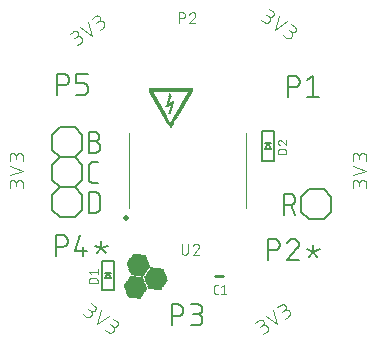
<source format=gbr>
G04 EAGLE Gerber RS-274X export*
G75*
%MOMM*%
%FSLAX34Y34*%
%LPD*%
%INSilkscreen Top*%
%IPPOS*%
%AMOC8*
5,1,8,0,0,1.08239X$1,22.5*%
G01*
%ADD10C,0.152400*%
%ADD11C,0.101600*%
%ADD12R,0.014731X0.014731*%
%ADD13R,0.147319X0.014731*%
%ADD14R,0.265175X0.014731*%
%ADD15R,0.383031X0.014731*%
%ADD16R,0.515619X0.014731*%
%ADD17R,0.633475X0.014731*%
%ADD18R,0.751331X0.014731*%
%ADD19R,0.883919X0.014731*%
%ADD20R,1.001775X0.014731*%
%ADD21R,1.119631X0.014731*%
%ADD22R,1.134363X0.014731*%
%ADD23R,1.149094X0.014731*%
%ADD24R,1.163825X0.014731*%
%ADD25R,1.178556X0.014731*%
%ADD26R,1.193288X0.014731*%
%ADD27R,1.222756X0.014731*%
%ADD28R,1.237488X0.014731*%
%ADD29R,1.266950X0.014731*%
%ADD30R,1.281681X0.014731*%
%ADD31R,1.311144X0.014731*%
%ADD32R,1.325881X0.014731*%
%ADD33R,1.355344X0.014731*%
%ADD34R,1.370075X0.014731*%
%ADD35R,1.384806X0.014731*%
%ADD36R,1.399538X0.014731*%
%ADD37R,1.414275X0.014731*%
%ADD38R,1.443738X0.014731*%
%ADD39R,1.458469X0.014731*%
%ADD40R,1.487931X0.014731*%
%ADD41R,1.502663X0.014731*%
%ADD42R,1.517394X0.014731*%
%ADD43R,1.532125X0.014731*%
%ADD44R,1.546856X0.014731*%
%ADD45R,1.576319X0.014731*%
%ADD46R,1.605788X0.014731*%
%ADD47R,1.620519X0.014731*%
%ADD48R,1.649981X0.014731*%
%ADD49R,1.664713X0.014731*%
%ADD50R,1.694175X0.014731*%
%ADD51R,1.708913X0.014731*%
%ADD52R,1.738375X0.014731*%
%ADD53R,1.753106X0.014731*%
%ADD54R,1.767838X0.014731*%
%ADD55R,1.782569X0.014731*%
%ADD56R,1.797306X0.014731*%
%ADD57R,0.117856X0.014731*%
%ADD58R,1.826769X0.014731*%
%ADD59R,0.235713X0.014731*%
%ADD60R,0.353569X0.014731*%
%ADD61R,1.856231X0.014731*%
%ADD62R,0.486156X0.014731*%
%ADD63R,1.870963X0.014731*%
%ADD64R,0.604013X0.014731*%
%ADD65R,0.721869X0.014731*%
%ADD66R,1.885694X0.014731*%
%ADD67R,0.839719X0.014731*%
%ADD68R,0.972306X0.014731*%
%ADD69R,1.090169X0.014731*%
%ADD70R,1.208025X0.014731*%
%ADD71R,1.252219X0.014731*%
%ADD72R,1.296412X0.014731*%
%ADD73R,1.340612X0.014731*%
%ADD74R,1.826763X0.014731*%
%ADD75R,1.414269X0.014731*%
%ADD76R,1.812031X0.014731*%
%ADD77R,1.429000X0.014731*%
%ADD78R,1.458462X0.014731*%
%ADD79R,1.473200X0.014731*%
%ADD80R,1.723644X0.014731*%
%ADD81R,1.694181X0.014731*%
%ADD82R,1.679450X0.014731*%
%ADD83R,1.561594X0.014731*%
%ADD84R,1.576325X0.014731*%
%ADD85R,1.591056X0.014731*%
%ADD86R,1.635250X0.014731*%
%ADD87R,1.561588X0.014731*%
%ADD88R,1.443731X0.014731*%
%ADD89R,1.797300X0.014731*%
%ADD90R,1.841500X0.014731*%
%ADD91R,1.311150X0.014731*%
%ADD92R,1.296419X0.014731*%
%ADD93R,1.193294X0.014731*%
%ADD94R,0.957575X0.014731*%
%ADD95R,0.589281X0.014731*%
%ADD96R,0.471425X0.014731*%
%ADD97R,0.220975X0.014731*%
%ADD98R,1.812038X0.014731*%
%ADD99R,0.103119X0.014731*%
%ADD100R,0.029463X0.014731*%
%ADD101R,0.162050X0.014731*%
%ADD102R,0.397763X0.014731*%
%ADD103R,0.648206X0.014731*%
%ADD104R,1.679444X0.014731*%
%ADD105R,1.016506X0.014731*%
%ADD106R,1.104900X0.014731*%
%ADD107R,1.222750X0.014731*%
%ADD108R,1.429006X0.014731*%
%ADD109R,1.208019X0.014731*%
%ADD110R,0.987044X0.014731*%
%ADD111R,0.854456X0.014731*%
%ADD112R,0.618744X0.014731*%
%ADD113R,0.500888X0.014731*%
%ADD114R,0.368300X0.014731*%
%ADD115R,0.132587X0.014731*%
%ADD116R,1.664719X0.014731*%
%ADD117R,1.075438X0.014731*%
%ADD118R,0.942844X0.014731*%
%ADD119R,0.707131X0.014731*%
%ADD120R,0.456694X0.014731*%
%ADD121R,0.088388X0.014731*%
%ADD122R,3.644900X0.012700*%
%ADD123R,3.695700X0.012700*%
%ADD124R,3.721100X0.012700*%
%ADD125R,3.746500X0.012700*%
%ADD126R,3.771900X0.012700*%
%ADD127R,3.784600X0.012700*%
%ADD128R,3.797300X0.012700*%
%ADD129R,3.733800X0.012700*%
%ADD130R,3.670300X0.012700*%
%ADD131R,3.657600X0.012700*%
%ADD132R,3.632200X0.012700*%
%ADD133R,0.279400X0.012700*%
%ADD134R,0.266700X0.012700*%
%ADD135R,0.292100X0.012700*%
%ADD136R,0.012700X0.012700*%
%ADD137R,0.038100X0.012700*%
%ADD138R,0.063500X0.012700*%
%ADD139R,0.076200X0.012700*%
%ADD140R,0.101600X0.012700*%
%ADD141R,0.114300X0.012700*%
%ADD142R,0.139700X0.012700*%
%ADD143R,0.165100X0.012700*%
%ADD144R,0.177800X0.012700*%
%ADD145R,0.190500X0.012700*%
%ADD146R,0.215900X0.012700*%
%ADD147R,0.241300X0.012700*%
%ADD148R,0.254000X0.012700*%
%ADD149R,0.228600X0.012700*%
%ADD150R,0.152400X0.012700*%
%ADD151R,0.127000X0.012700*%
%ADD152R,0.203200X0.012700*%
%ADD153R,0.317500X0.012700*%
%ADD154R,0.355600X0.012700*%
%ADD155R,0.381000X0.012700*%
%ADD156R,0.533400X0.012700*%
%ADD157R,0.546100X0.012700*%
%ADD158R,0.368300X0.012700*%
%ADD159R,0.330200X0.012700*%
%ADD160R,0.304800X0.012700*%
%ADD161R,0.050800X0.012700*%
%ADD162R,0.508000X0.012700*%
%ADD163R,0.495300X0.012700*%
%ADD164R,0.469900X0.012700*%
%ADD165R,0.457200X0.012700*%
%ADD166R,0.444500X0.012700*%
%ADD167R,0.431800X0.012700*%
%ADD168R,0.419100X0.012700*%
%ADD169R,0.406400X0.012700*%
%ADD170R,0.393700X0.012700*%
%ADD171R,0.342900X0.012700*%
%ADD172C,0.076200*%
%ADD173C,0.120000*%
%ADD174C,0.500000*%
%ADD175C,0.127000*%
%ADD176C,0.254000*%


D10*
X-83376Y174152D02*
X-78437Y174152D01*
X-78297Y174150D01*
X-78158Y174144D01*
X-78018Y174134D01*
X-77879Y174120D01*
X-77740Y174103D01*
X-77602Y174081D01*
X-77465Y174055D01*
X-77328Y174026D01*
X-77192Y173993D01*
X-77058Y173956D01*
X-76924Y173915D01*
X-76792Y173870D01*
X-76660Y173821D01*
X-76531Y173769D01*
X-76403Y173714D01*
X-76276Y173654D01*
X-76151Y173591D01*
X-76028Y173525D01*
X-75907Y173455D01*
X-75788Y173382D01*
X-75671Y173305D01*
X-75557Y173225D01*
X-75444Y173142D01*
X-75334Y173056D01*
X-75227Y172966D01*
X-75122Y172874D01*
X-75020Y172779D01*
X-74920Y172681D01*
X-74823Y172580D01*
X-74729Y172476D01*
X-74639Y172370D01*
X-74551Y172261D01*
X-74466Y172150D01*
X-74385Y172036D01*
X-74306Y171921D01*
X-74231Y171803D01*
X-74160Y171683D01*
X-74092Y171560D01*
X-74027Y171437D01*
X-73966Y171311D01*
X-73908Y171183D01*
X-73854Y171055D01*
X-73804Y170924D01*
X-73757Y170792D01*
X-73714Y170659D01*
X-73675Y170525D01*
X-73640Y170390D01*
X-73609Y170254D01*
X-73581Y170116D01*
X-73558Y169979D01*
X-73538Y169840D01*
X-73522Y169701D01*
X-73510Y169562D01*
X-73502Y169423D01*
X-73498Y169283D01*
X-73498Y169143D01*
X-73502Y169003D01*
X-73510Y168864D01*
X-73522Y168725D01*
X-73538Y168586D01*
X-73558Y168447D01*
X-73581Y168310D01*
X-73609Y168172D01*
X-73640Y168036D01*
X-73675Y167901D01*
X-73714Y167767D01*
X-73757Y167634D01*
X-73804Y167502D01*
X-73854Y167371D01*
X-73908Y167243D01*
X-73966Y167115D01*
X-74027Y166989D01*
X-74092Y166866D01*
X-74160Y166744D01*
X-74231Y166623D01*
X-74306Y166505D01*
X-74385Y166390D01*
X-74466Y166276D01*
X-74551Y166165D01*
X-74639Y166056D01*
X-74729Y165950D01*
X-74823Y165846D01*
X-74920Y165745D01*
X-75020Y165647D01*
X-75122Y165552D01*
X-75227Y165460D01*
X-75334Y165370D01*
X-75444Y165284D01*
X-75557Y165201D01*
X-75671Y165121D01*
X-75788Y165044D01*
X-75907Y164971D01*
X-76028Y164901D01*
X-76151Y164835D01*
X-76276Y164772D01*
X-76403Y164712D01*
X-76531Y164657D01*
X-76660Y164605D01*
X-76792Y164556D01*
X-76924Y164511D01*
X-77058Y164470D01*
X-77192Y164433D01*
X-77328Y164400D01*
X-77465Y164371D01*
X-77602Y164345D01*
X-77740Y164323D01*
X-77879Y164306D01*
X-78018Y164292D01*
X-78158Y164282D01*
X-78297Y164276D01*
X-78437Y164274D01*
X-78437Y164275D02*
X-83376Y164275D01*
X-83376Y182055D01*
X-78437Y182055D01*
X-78437Y182054D02*
X-78313Y182052D01*
X-78189Y182046D01*
X-78065Y182036D01*
X-77942Y182023D01*
X-77819Y182005D01*
X-77697Y181984D01*
X-77575Y181959D01*
X-77454Y181930D01*
X-77335Y181897D01*
X-77216Y181861D01*
X-77099Y181820D01*
X-76983Y181777D01*
X-76868Y181729D01*
X-76755Y181678D01*
X-76643Y181623D01*
X-76534Y181565D01*
X-76426Y181504D01*
X-76320Y181439D01*
X-76216Y181371D01*
X-76115Y181299D01*
X-76015Y181225D01*
X-75919Y181147D01*
X-75824Y181067D01*
X-75732Y180983D01*
X-75643Y180897D01*
X-75557Y180808D01*
X-75473Y180716D01*
X-75393Y180621D01*
X-75315Y180525D01*
X-75241Y180425D01*
X-75169Y180324D01*
X-75101Y180220D01*
X-75036Y180114D01*
X-74975Y180006D01*
X-74917Y179897D01*
X-74862Y179785D01*
X-74811Y179672D01*
X-74763Y179557D01*
X-74720Y179441D01*
X-74679Y179324D01*
X-74643Y179205D01*
X-74610Y179086D01*
X-74581Y178965D01*
X-74556Y178843D01*
X-74535Y178721D01*
X-74517Y178598D01*
X-74504Y178475D01*
X-74494Y178351D01*
X-74488Y178227D01*
X-74486Y178103D01*
X-74488Y177979D01*
X-74494Y177855D01*
X-74504Y177731D01*
X-74517Y177608D01*
X-74535Y177485D01*
X-74556Y177363D01*
X-74581Y177241D01*
X-74610Y177120D01*
X-74643Y177001D01*
X-74679Y176882D01*
X-74720Y176765D01*
X-74763Y176649D01*
X-74811Y176534D01*
X-74862Y176421D01*
X-74917Y176309D01*
X-74975Y176200D01*
X-75036Y176092D01*
X-75101Y175986D01*
X-75169Y175882D01*
X-75241Y175781D01*
X-75315Y175681D01*
X-75393Y175585D01*
X-75473Y175490D01*
X-75557Y175398D01*
X-75643Y175309D01*
X-75732Y175223D01*
X-75824Y175139D01*
X-75919Y175059D01*
X-76015Y174981D01*
X-76115Y174907D01*
X-76216Y174835D01*
X-76320Y174767D01*
X-76426Y174702D01*
X-76534Y174641D01*
X-76643Y174583D01*
X-76755Y174528D01*
X-76868Y174477D01*
X-76983Y174429D01*
X-77099Y174386D01*
X-77216Y174345D01*
X-77335Y174309D01*
X-77454Y174276D01*
X-77575Y174247D01*
X-77697Y174222D01*
X-77819Y174201D01*
X-77942Y174183D01*
X-78065Y174170D01*
X-78189Y174160D01*
X-78313Y174154D01*
X-78437Y174152D01*
X81725Y129667D02*
X81725Y111887D01*
X81725Y129667D02*
X86663Y129667D01*
X86803Y129665D01*
X86942Y129659D01*
X87082Y129649D01*
X87221Y129635D01*
X87360Y129618D01*
X87498Y129596D01*
X87635Y129570D01*
X87772Y129541D01*
X87908Y129508D01*
X88042Y129471D01*
X88176Y129430D01*
X88308Y129385D01*
X88440Y129336D01*
X88569Y129284D01*
X88697Y129229D01*
X88824Y129169D01*
X88949Y129106D01*
X89072Y129040D01*
X89193Y128970D01*
X89312Y128897D01*
X89429Y128820D01*
X89543Y128740D01*
X89656Y128657D01*
X89766Y128571D01*
X89873Y128481D01*
X89978Y128389D01*
X90080Y128294D01*
X90180Y128196D01*
X90277Y128095D01*
X90371Y127991D01*
X90461Y127885D01*
X90549Y127776D01*
X90634Y127665D01*
X90715Y127551D01*
X90794Y127436D01*
X90869Y127318D01*
X90940Y127198D01*
X91008Y127075D01*
X91073Y126952D01*
X91134Y126826D01*
X91192Y126698D01*
X91246Y126570D01*
X91296Y126439D01*
X91343Y126307D01*
X91386Y126174D01*
X91425Y126040D01*
X91460Y125905D01*
X91491Y125769D01*
X91519Y125631D01*
X91542Y125494D01*
X91562Y125355D01*
X91578Y125216D01*
X91590Y125077D01*
X91598Y124938D01*
X91602Y124798D01*
X91602Y124658D01*
X91598Y124518D01*
X91590Y124379D01*
X91578Y124240D01*
X91562Y124101D01*
X91542Y123962D01*
X91519Y123825D01*
X91491Y123687D01*
X91460Y123551D01*
X91425Y123416D01*
X91386Y123282D01*
X91343Y123149D01*
X91296Y123017D01*
X91246Y122886D01*
X91192Y122758D01*
X91134Y122630D01*
X91073Y122504D01*
X91008Y122381D01*
X90940Y122259D01*
X90869Y122138D01*
X90794Y122020D01*
X90715Y121905D01*
X90634Y121791D01*
X90549Y121680D01*
X90461Y121571D01*
X90371Y121465D01*
X90277Y121361D01*
X90180Y121260D01*
X90080Y121162D01*
X89978Y121067D01*
X89873Y120975D01*
X89766Y120885D01*
X89656Y120799D01*
X89543Y120716D01*
X89429Y120636D01*
X89312Y120559D01*
X89193Y120486D01*
X89072Y120416D01*
X88949Y120350D01*
X88824Y120287D01*
X88697Y120227D01*
X88569Y120172D01*
X88440Y120120D01*
X88308Y120071D01*
X88176Y120026D01*
X88042Y119985D01*
X87908Y119948D01*
X87772Y119915D01*
X87635Y119886D01*
X87498Y119860D01*
X87360Y119838D01*
X87221Y119821D01*
X87082Y119807D01*
X86942Y119797D01*
X86803Y119791D01*
X86663Y119789D01*
X81725Y119789D01*
X87651Y119789D02*
X91602Y111887D01*
X-83376Y113475D02*
X-83376Y131255D01*
X-78437Y131255D01*
X-78298Y131253D01*
X-78160Y131247D01*
X-78022Y131238D01*
X-77884Y131224D01*
X-77747Y131207D01*
X-77610Y131185D01*
X-77473Y131160D01*
X-77338Y131131D01*
X-77203Y131098D01*
X-77070Y131062D01*
X-76937Y131022D01*
X-76806Y130978D01*
X-76676Y130930D01*
X-76547Y130879D01*
X-76420Y130824D01*
X-76294Y130766D01*
X-76170Y130704D01*
X-76048Y130639D01*
X-75928Y130570D01*
X-75809Y130498D01*
X-75693Y130423D01*
X-75579Y130344D01*
X-75467Y130262D01*
X-75358Y130177D01*
X-75250Y130090D01*
X-75146Y129999D01*
X-75044Y129905D01*
X-74945Y129808D01*
X-74848Y129709D01*
X-74754Y129607D01*
X-74663Y129503D01*
X-74576Y129395D01*
X-74491Y129286D01*
X-74409Y129174D01*
X-74330Y129060D01*
X-74255Y128944D01*
X-74183Y128825D01*
X-74114Y128705D01*
X-74049Y128583D01*
X-73987Y128459D01*
X-73929Y128333D01*
X-73874Y128206D01*
X-73823Y128077D01*
X-73775Y127947D01*
X-73731Y127816D01*
X-73691Y127683D01*
X-73655Y127550D01*
X-73622Y127415D01*
X-73593Y127280D01*
X-73568Y127143D01*
X-73546Y127006D01*
X-73529Y126869D01*
X-73515Y126731D01*
X-73506Y126593D01*
X-73500Y126455D01*
X-73498Y126316D01*
X-73498Y118413D01*
X-73500Y118274D01*
X-73506Y118136D01*
X-73515Y117998D01*
X-73529Y117860D01*
X-73546Y117723D01*
X-73568Y117586D01*
X-73593Y117449D01*
X-73622Y117314D01*
X-73655Y117179D01*
X-73691Y117046D01*
X-73731Y116913D01*
X-73775Y116782D01*
X-73823Y116652D01*
X-73874Y116523D01*
X-73929Y116396D01*
X-73987Y116270D01*
X-74049Y116146D01*
X-74114Y116024D01*
X-74183Y115904D01*
X-74255Y115785D01*
X-74330Y115669D01*
X-74409Y115555D01*
X-74491Y115443D01*
X-74576Y115334D01*
X-74663Y115226D01*
X-74754Y115122D01*
X-74848Y115020D01*
X-74945Y114921D01*
X-75044Y114824D01*
X-75146Y114730D01*
X-75250Y114639D01*
X-75358Y114552D01*
X-75467Y114467D01*
X-75579Y114385D01*
X-75693Y114306D01*
X-75809Y114231D01*
X-75928Y114159D01*
X-76048Y114090D01*
X-76170Y114025D01*
X-76294Y113963D01*
X-76420Y113905D01*
X-76547Y113850D01*
X-76676Y113799D01*
X-76806Y113751D01*
X-76937Y113707D01*
X-77070Y113667D01*
X-77203Y113631D01*
X-77338Y113598D01*
X-77473Y113569D01*
X-77610Y113544D01*
X-77747Y113522D01*
X-77884Y113505D01*
X-78022Y113491D01*
X-78160Y113482D01*
X-78298Y113476D01*
X-78437Y113474D01*
X-78437Y113475D02*
X-83376Y113475D01*
X-79424Y138875D02*
X-75473Y138875D01*
X-79424Y138875D02*
X-79548Y138877D01*
X-79672Y138883D01*
X-79796Y138893D01*
X-79919Y138906D01*
X-80042Y138924D01*
X-80164Y138945D01*
X-80286Y138970D01*
X-80407Y138999D01*
X-80526Y139032D01*
X-80645Y139068D01*
X-80762Y139109D01*
X-80878Y139152D01*
X-80993Y139200D01*
X-81106Y139251D01*
X-81218Y139306D01*
X-81327Y139364D01*
X-81435Y139425D01*
X-81541Y139490D01*
X-81645Y139558D01*
X-81746Y139630D01*
X-81846Y139704D01*
X-81942Y139782D01*
X-82037Y139862D01*
X-82129Y139946D01*
X-82218Y140032D01*
X-82304Y140121D01*
X-82388Y140213D01*
X-82468Y140308D01*
X-82546Y140404D01*
X-82620Y140504D01*
X-82692Y140605D01*
X-82760Y140709D01*
X-82825Y140815D01*
X-82886Y140923D01*
X-82944Y141032D01*
X-82999Y141144D01*
X-83050Y141257D01*
X-83098Y141372D01*
X-83141Y141488D01*
X-83182Y141605D01*
X-83218Y141724D01*
X-83251Y141843D01*
X-83280Y141964D01*
X-83305Y142086D01*
X-83326Y142208D01*
X-83344Y142331D01*
X-83357Y142454D01*
X-83367Y142578D01*
X-83373Y142702D01*
X-83375Y142826D01*
X-83376Y142826D02*
X-83376Y152703D01*
X-83375Y152703D02*
X-83373Y152827D01*
X-83367Y152951D01*
X-83357Y153075D01*
X-83344Y153198D01*
X-83326Y153321D01*
X-83305Y153443D01*
X-83280Y153565D01*
X-83251Y153686D01*
X-83218Y153805D01*
X-83182Y153924D01*
X-83141Y154041D01*
X-83098Y154157D01*
X-83050Y154272D01*
X-82999Y154385D01*
X-82944Y154497D01*
X-82886Y154606D01*
X-82825Y154714D01*
X-82760Y154820D01*
X-82692Y154924D01*
X-82620Y155025D01*
X-82546Y155125D01*
X-82468Y155221D01*
X-82388Y155316D01*
X-82304Y155408D01*
X-82218Y155497D01*
X-82129Y155583D01*
X-82037Y155667D01*
X-81942Y155747D01*
X-81846Y155825D01*
X-81746Y155899D01*
X-81645Y155971D01*
X-81541Y156039D01*
X-81435Y156104D01*
X-81327Y156165D01*
X-81218Y156223D01*
X-81106Y156278D01*
X-80993Y156329D01*
X-80879Y156377D01*
X-80762Y156420D01*
X-80645Y156461D01*
X-80526Y156497D01*
X-80407Y156530D01*
X-80286Y156559D01*
X-80164Y156584D01*
X-80042Y156605D01*
X-79919Y156623D01*
X-79796Y156636D01*
X-79672Y156646D01*
X-79548Y156652D01*
X-79424Y156654D01*
X-79424Y156655D02*
X-75473Y156655D01*
D11*
X62415Y276682D02*
X65074Y274820D01*
X65073Y274820D02*
X65167Y274757D01*
X65263Y274697D01*
X65361Y274640D01*
X65461Y274587D01*
X65563Y274537D01*
X65667Y274491D01*
X65772Y274449D01*
X65878Y274410D01*
X65986Y274375D01*
X66095Y274344D01*
X66205Y274316D01*
X66316Y274293D01*
X66427Y274273D01*
X66539Y274257D01*
X66652Y274245D01*
X66765Y274237D01*
X66878Y274233D01*
X66992Y274233D01*
X67105Y274237D01*
X67218Y274245D01*
X67331Y274257D01*
X67443Y274273D01*
X67554Y274293D01*
X67665Y274316D01*
X67775Y274344D01*
X67884Y274375D01*
X67992Y274410D01*
X68098Y274449D01*
X68203Y274491D01*
X68307Y274537D01*
X68409Y274587D01*
X68509Y274640D01*
X68607Y274697D01*
X68703Y274757D01*
X68797Y274820D01*
X68888Y274887D01*
X68978Y274956D01*
X69065Y275029D01*
X69149Y275105D01*
X69230Y275184D01*
X69309Y275265D01*
X69385Y275349D01*
X69458Y275436D01*
X69527Y275526D01*
X69594Y275617D01*
X69657Y275711D01*
X69717Y275807D01*
X69774Y275905D01*
X69827Y276005D01*
X69877Y276107D01*
X69923Y276211D01*
X69965Y276316D01*
X70004Y276422D01*
X70039Y276530D01*
X70070Y276639D01*
X70098Y276749D01*
X70121Y276860D01*
X70141Y276971D01*
X70157Y277083D01*
X70169Y277196D01*
X70177Y277309D01*
X70181Y277422D01*
X70181Y277536D01*
X70177Y277649D01*
X70169Y277762D01*
X70157Y277875D01*
X70141Y277987D01*
X70121Y278098D01*
X70098Y278209D01*
X70070Y278319D01*
X70039Y278428D01*
X70004Y278536D01*
X69965Y278642D01*
X69923Y278747D01*
X69877Y278851D01*
X69827Y278953D01*
X69774Y279053D01*
X69717Y279151D01*
X69657Y279247D01*
X69594Y279341D01*
X69527Y279432D01*
X69458Y279522D01*
X69385Y279609D01*
X69309Y279693D01*
X69230Y279774D01*
X69149Y279853D01*
X69065Y279929D01*
X68978Y280002D01*
X68889Y280071D01*
X68797Y280138D01*
X72307Y284019D02*
X69117Y286253D01*
X72307Y284019D02*
X72388Y283959D01*
X72467Y283897D01*
X72544Y283831D01*
X72618Y283763D01*
X72689Y283692D01*
X72757Y283618D01*
X72823Y283541D01*
X72885Y283462D01*
X72945Y283381D01*
X73001Y283297D01*
X73054Y283212D01*
X73103Y283124D01*
X73149Y283035D01*
X73192Y282943D01*
X73231Y282850D01*
X73266Y282756D01*
X73298Y282661D01*
X73326Y282564D01*
X73350Y282466D01*
X73370Y282368D01*
X73387Y282268D01*
X73399Y282168D01*
X73408Y282068D01*
X73413Y281968D01*
X73414Y281867D01*
X73411Y281766D01*
X73404Y281666D01*
X73393Y281566D01*
X73379Y281466D01*
X73360Y281367D01*
X73338Y281269D01*
X73312Y281172D01*
X73282Y281075D01*
X73249Y280981D01*
X73212Y280887D01*
X73171Y280795D01*
X73126Y280704D01*
X73079Y280616D01*
X73027Y280529D01*
X72973Y280445D01*
X72915Y280362D01*
X72854Y280282D01*
X72790Y280204D01*
X72723Y280129D01*
X72654Y280056D01*
X72581Y279987D01*
X72506Y279920D01*
X72428Y279856D01*
X72348Y279795D01*
X72265Y279737D01*
X72181Y279683D01*
X72094Y279631D01*
X72006Y279584D01*
X71915Y279539D01*
X71823Y279498D01*
X71729Y279461D01*
X71635Y279428D01*
X71538Y279398D01*
X71441Y279372D01*
X71343Y279350D01*
X71244Y279331D01*
X71144Y279317D01*
X71044Y279306D01*
X70944Y279299D01*
X70843Y279296D01*
X70742Y279297D01*
X70642Y279302D01*
X70542Y279311D01*
X70442Y279323D01*
X70342Y279340D01*
X70244Y279360D01*
X70146Y279384D01*
X70049Y279412D01*
X69954Y279444D01*
X69860Y279479D01*
X69767Y279518D01*
X69675Y279561D01*
X69586Y279607D01*
X69498Y279656D01*
X69413Y279709D01*
X69329Y279765D01*
X67202Y281255D01*
X77948Y280069D02*
X74437Y268264D01*
X84329Y275602D01*
X81141Y263570D02*
X83799Y261708D01*
X83893Y261645D01*
X83989Y261585D01*
X84087Y261528D01*
X84187Y261475D01*
X84289Y261425D01*
X84393Y261379D01*
X84498Y261337D01*
X84604Y261298D01*
X84712Y261263D01*
X84821Y261232D01*
X84931Y261204D01*
X85042Y261181D01*
X85153Y261161D01*
X85265Y261145D01*
X85378Y261133D01*
X85491Y261125D01*
X85604Y261121D01*
X85718Y261121D01*
X85831Y261125D01*
X85944Y261133D01*
X86057Y261145D01*
X86169Y261161D01*
X86280Y261181D01*
X86391Y261204D01*
X86501Y261232D01*
X86610Y261263D01*
X86718Y261298D01*
X86824Y261337D01*
X86929Y261379D01*
X87033Y261425D01*
X87135Y261475D01*
X87235Y261528D01*
X87333Y261585D01*
X87429Y261645D01*
X87523Y261708D01*
X87614Y261775D01*
X87704Y261844D01*
X87791Y261917D01*
X87875Y261993D01*
X87956Y262072D01*
X88035Y262153D01*
X88111Y262237D01*
X88184Y262324D01*
X88253Y262414D01*
X88320Y262505D01*
X88383Y262599D01*
X88443Y262695D01*
X88500Y262793D01*
X88553Y262893D01*
X88603Y262995D01*
X88649Y263099D01*
X88691Y263204D01*
X88730Y263310D01*
X88765Y263418D01*
X88796Y263527D01*
X88824Y263637D01*
X88847Y263748D01*
X88867Y263859D01*
X88883Y263971D01*
X88895Y264084D01*
X88903Y264197D01*
X88907Y264310D01*
X88907Y264424D01*
X88903Y264537D01*
X88895Y264650D01*
X88883Y264763D01*
X88867Y264875D01*
X88847Y264986D01*
X88824Y265097D01*
X88796Y265207D01*
X88765Y265316D01*
X88730Y265424D01*
X88691Y265530D01*
X88649Y265635D01*
X88603Y265739D01*
X88553Y265841D01*
X88500Y265941D01*
X88443Y266039D01*
X88383Y266135D01*
X88320Y266229D01*
X88253Y266320D01*
X88184Y266410D01*
X88111Y266497D01*
X88035Y266581D01*
X87956Y266662D01*
X87875Y266741D01*
X87791Y266817D01*
X87704Y266890D01*
X87615Y266959D01*
X87523Y267026D01*
X91033Y270907D02*
X87843Y273141D01*
X91033Y270907D02*
X91114Y270847D01*
X91193Y270785D01*
X91270Y270719D01*
X91344Y270651D01*
X91415Y270580D01*
X91483Y270506D01*
X91549Y270429D01*
X91611Y270350D01*
X91671Y270269D01*
X91727Y270185D01*
X91780Y270100D01*
X91829Y270012D01*
X91875Y269923D01*
X91918Y269831D01*
X91957Y269738D01*
X91992Y269644D01*
X92024Y269549D01*
X92052Y269452D01*
X92076Y269354D01*
X92096Y269256D01*
X92113Y269156D01*
X92125Y269056D01*
X92134Y268956D01*
X92139Y268856D01*
X92140Y268755D01*
X92137Y268654D01*
X92130Y268554D01*
X92119Y268454D01*
X92105Y268354D01*
X92086Y268255D01*
X92064Y268157D01*
X92038Y268060D01*
X92008Y267963D01*
X91975Y267869D01*
X91938Y267775D01*
X91897Y267683D01*
X91852Y267592D01*
X91805Y267504D01*
X91753Y267417D01*
X91699Y267333D01*
X91641Y267250D01*
X91580Y267170D01*
X91516Y267092D01*
X91449Y267017D01*
X91380Y266944D01*
X91307Y266875D01*
X91232Y266808D01*
X91154Y266744D01*
X91074Y266683D01*
X90991Y266625D01*
X90907Y266571D01*
X90820Y266519D01*
X90732Y266472D01*
X90641Y266427D01*
X90549Y266386D01*
X90455Y266349D01*
X90361Y266316D01*
X90264Y266286D01*
X90167Y266260D01*
X90069Y266238D01*
X89970Y266219D01*
X89870Y266205D01*
X89770Y266194D01*
X89670Y266187D01*
X89569Y266184D01*
X89468Y266185D01*
X89368Y266190D01*
X89268Y266199D01*
X89168Y266211D01*
X89068Y266228D01*
X88970Y266248D01*
X88872Y266272D01*
X88775Y266300D01*
X88680Y266332D01*
X88586Y266367D01*
X88493Y266406D01*
X88401Y266449D01*
X88312Y266495D01*
X88224Y266544D01*
X88139Y266597D01*
X88055Y266653D01*
X88054Y266653D02*
X85927Y268143D01*
X151892Y137795D02*
X151892Y134549D01*
X151892Y137795D02*
X151890Y137908D01*
X151884Y138021D01*
X151874Y138134D01*
X151860Y138247D01*
X151843Y138359D01*
X151821Y138470D01*
X151796Y138580D01*
X151766Y138690D01*
X151733Y138798D01*
X151696Y138905D01*
X151656Y139011D01*
X151611Y139115D01*
X151563Y139218D01*
X151512Y139319D01*
X151457Y139418D01*
X151399Y139515D01*
X151337Y139610D01*
X151272Y139703D01*
X151204Y139793D01*
X151133Y139881D01*
X151058Y139967D01*
X150981Y140050D01*
X150901Y140130D01*
X150818Y140207D01*
X150732Y140282D01*
X150644Y140353D01*
X150554Y140421D01*
X150461Y140486D01*
X150366Y140548D01*
X150269Y140606D01*
X150170Y140661D01*
X150069Y140712D01*
X149966Y140760D01*
X149862Y140805D01*
X149756Y140845D01*
X149649Y140882D01*
X149541Y140915D01*
X149431Y140945D01*
X149321Y140970D01*
X149210Y140992D01*
X149098Y141009D01*
X148985Y141023D01*
X148872Y141033D01*
X148759Y141039D01*
X148646Y141041D01*
X148533Y141039D01*
X148420Y141033D01*
X148307Y141023D01*
X148194Y141009D01*
X148082Y140992D01*
X147971Y140970D01*
X147861Y140945D01*
X147751Y140915D01*
X147643Y140882D01*
X147536Y140845D01*
X147430Y140805D01*
X147326Y140760D01*
X147223Y140712D01*
X147122Y140661D01*
X147023Y140606D01*
X146926Y140548D01*
X146831Y140486D01*
X146738Y140421D01*
X146648Y140353D01*
X146560Y140282D01*
X146474Y140207D01*
X146391Y140130D01*
X146311Y140050D01*
X146234Y139967D01*
X146159Y139881D01*
X146088Y139793D01*
X146020Y139703D01*
X145955Y139610D01*
X145893Y139515D01*
X145835Y139418D01*
X145780Y139319D01*
X145729Y139218D01*
X145681Y139115D01*
X145636Y139011D01*
X145596Y138905D01*
X145559Y138798D01*
X145526Y138690D01*
X145496Y138580D01*
X145471Y138470D01*
X145449Y138359D01*
X145432Y138247D01*
X145418Y138134D01*
X145408Y138021D01*
X145402Y137908D01*
X145400Y137795D01*
X140208Y138444D02*
X140208Y134549D01*
X140208Y138444D02*
X140210Y138545D01*
X140216Y138645D01*
X140226Y138745D01*
X140239Y138845D01*
X140257Y138944D01*
X140278Y139043D01*
X140303Y139140D01*
X140332Y139237D01*
X140365Y139332D01*
X140401Y139426D01*
X140441Y139518D01*
X140484Y139609D01*
X140531Y139698D01*
X140581Y139785D01*
X140635Y139871D01*
X140692Y139954D01*
X140752Y140034D01*
X140815Y140113D01*
X140882Y140189D01*
X140951Y140262D01*
X141023Y140332D01*
X141097Y140400D01*
X141174Y140465D01*
X141254Y140526D01*
X141336Y140585D01*
X141420Y140640D01*
X141506Y140692D01*
X141594Y140741D01*
X141684Y140786D01*
X141776Y140828D01*
X141869Y140866D01*
X141964Y140900D01*
X142059Y140931D01*
X142156Y140958D01*
X142254Y140981D01*
X142353Y141001D01*
X142453Y141016D01*
X142553Y141028D01*
X142653Y141036D01*
X142754Y141040D01*
X142854Y141040D01*
X142955Y141036D01*
X143055Y141028D01*
X143155Y141016D01*
X143255Y141001D01*
X143354Y140981D01*
X143452Y140958D01*
X143549Y140931D01*
X143644Y140900D01*
X143739Y140866D01*
X143832Y140828D01*
X143924Y140786D01*
X144014Y140741D01*
X144102Y140692D01*
X144188Y140640D01*
X144272Y140585D01*
X144354Y140526D01*
X144434Y140465D01*
X144511Y140400D01*
X144585Y140332D01*
X144657Y140262D01*
X144726Y140189D01*
X144793Y140113D01*
X144856Y140034D01*
X144916Y139954D01*
X144973Y139871D01*
X145027Y139785D01*
X145077Y139698D01*
X145124Y139609D01*
X145167Y139518D01*
X145207Y139426D01*
X145243Y139332D01*
X145276Y139237D01*
X145305Y139140D01*
X145330Y139043D01*
X145351Y138944D01*
X145369Y138845D01*
X145382Y138745D01*
X145392Y138645D01*
X145398Y138545D01*
X145400Y138444D01*
X145401Y138444D02*
X145401Y135848D01*
X140208Y145330D02*
X151892Y149225D01*
X140208Y153120D01*
X151892Y157409D02*
X151892Y160655D01*
X151890Y160768D01*
X151884Y160881D01*
X151874Y160994D01*
X151860Y161107D01*
X151843Y161219D01*
X151821Y161330D01*
X151796Y161440D01*
X151766Y161550D01*
X151733Y161658D01*
X151696Y161765D01*
X151656Y161871D01*
X151611Y161975D01*
X151563Y162078D01*
X151512Y162179D01*
X151457Y162278D01*
X151399Y162375D01*
X151337Y162470D01*
X151272Y162563D01*
X151204Y162653D01*
X151133Y162741D01*
X151058Y162827D01*
X150981Y162910D01*
X150901Y162990D01*
X150818Y163067D01*
X150732Y163142D01*
X150644Y163213D01*
X150554Y163281D01*
X150461Y163346D01*
X150366Y163408D01*
X150269Y163466D01*
X150170Y163521D01*
X150069Y163572D01*
X149966Y163620D01*
X149862Y163665D01*
X149756Y163705D01*
X149649Y163742D01*
X149541Y163775D01*
X149431Y163805D01*
X149321Y163830D01*
X149210Y163852D01*
X149098Y163869D01*
X148985Y163883D01*
X148872Y163893D01*
X148759Y163899D01*
X148646Y163901D01*
X148533Y163899D01*
X148420Y163893D01*
X148307Y163883D01*
X148194Y163869D01*
X148082Y163852D01*
X147971Y163830D01*
X147861Y163805D01*
X147751Y163775D01*
X147643Y163742D01*
X147536Y163705D01*
X147430Y163665D01*
X147326Y163620D01*
X147223Y163572D01*
X147122Y163521D01*
X147023Y163466D01*
X146926Y163408D01*
X146831Y163346D01*
X146738Y163281D01*
X146648Y163213D01*
X146560Y163142D01*
X146474Y163067D01*
X146391Y162990D01*
X146311Y162910D01*
X146234Y162827D01*
X146159Y162741D01*
X146088Y162653D01*
X146020Y162563D01*
X145955Y162470D01*
X145893Y162375D01*
X145835Y162278D01*
X145780Y162179D01*
X145729Y162078D01*
X145681Y161975D01*
X145636Y161871D01*
X145596Y161765D01*
X145559Y161658D01*
X145526Y161550D01*
X145496Y161440D01*
X145471Y161330D01*
X145449Y161219D01*
X145432Y161107D01*
X145418Y160994D01*
X145408Y160881D01*
X145402Y160768D01*
X145400Y160655D01*
X140208Y161304D02*
X140208Y157409D01*
X140208Y161304D02*
X140210Y161405D01*
X140216Y161505D01*
X140226Y161605D01*
X140239Y161705D01*
X140257Y161804D01*
X140278Y161903D01*
X140303Y162000D01*
X140332Y162097D01*
X140365Y162192D01*
X140401Y162286D01*
X140441Y162378D01*
X140484Y162469D01*
X140531Y162558D01*
X140581Y162645D01*
X140635Y162731D01*
X140692Y162814D01*
X140752Y162894D01*
X140815Y162973D01*
X140882Y163049D01*
X140951Y163122D01*
X141023Y163192D01*
X141097Y163260D01*
X141174Y163325D01*
X141254Y163386D01*
X141336Y163445D01*
X141420Y163500D01*
X141506Y163552D01*
X141594Y163601D01*
X141684Y163646D01*
X141776Y163688D01*
X141869Y163726D01*
X141964Y163760D01*
X142059Y163791D01*
X142156Y163818D01*
X142254Y163841D01*
X142353Y163861D01*
X142453Y163876D01*
X142553Y163888D01*
X142653Y163896D01*
X142754Y163900D01*
X142854Y163900D01*
X142955Y163896D01*
X143055Y163888D01*
X143155Y163876D01*
X143255Y163861D01*
X143354Y163841D01*
X143452Y163818D01*
X143549Y163791D01*
X143644Y163760D01*
X143739Y163726D01*
X143832Y163688D01*
X143924Y163646D01*
X144014Y163601D01*
X144102Y163552D01*
X144188Y163500D01*
X144272Y163445D01*
X144354Y163386D01*
X144434Y163325D01*
X144511Y163260D01*
X144585Y163192D01*
X144657Y163122D01*
X144726Y163049D01*
X144793Y162973D01*
X144856Y162894D01*
X144916Y162814D01*
X144973Y162731D01*
X145027Y162645D01*
X145077Y162558D01*
X145124Y162469D01*
X145167Y162378D01*
X145207Y162286D01*
X145243Y162192D01*
X145276Y162097D01*
X145305Y162000D01*
X145330Y161903D01*
X145351Y161804D01*
X145369Y161705D01*
X145382Y161605D01*
X145392Y161505D01*
X145398Y161405D01*
X145400Y161304D01*
X145401Y161304D02*
X145401Y158708D01*
X67013Y12471D02*
X64354Y10609D01*
X67013Y12471D02*
X67104Y12538D01*
X67194Y12607D01*
X67281Y12680D01*
X67365Y12756D01*
X67446Y12835D01*
X67525Y12916D01*
X67601Y13000D01*
X67674Y13087D01*
X67743Y13177D01*
X67810Y13268D01*
X67873Y13362D01*
X67933Y13458D01*
X67990Y13556D01*
X68043Y13656D01*
X68093Y13758D01*
X68139Y13862D01*
X68181Y13967D01*
X68220Y14073D01*
X68255Y14181D01*
X68286Y14290D01*
X68314Y14400D01*
X68337Y14511D01*
X68357Y14622D01*
X68373Y14734D01*
X68385Y14847D01*
X68393Y14960D01*
X68397Y15073D01*
X68397Y15187D01*
X68393Y15300D01*
X68385Y15413D01*
X68373Y15526D01*
X68357Y15638D01*
X68337Y15749D01*
X68314Y15860D01*
X68286Y15970D01*
X68255Y16079D01*
X68220Y16187D01*
X68181Y16293D01*
X68139Y16398D01*
X68093Y16502D01*
X68043Y16604D01*
X67990Y16704D01*
X67933Y16802D01*
X67873Y16898D01*
X67810Y16992D01*
X67743Y17083D01*
X67674Y17173D01*
X67601Y17260D01*
X67525Y17344D01*
X67446Y17425D01*
X67365Y17504D01*
X67281Y17580D01*
X67194Y17653D01*
X67105Y17722D01*
X67013Y17789D01*
X66919Y17852D01*
X66823Y17912D01*
X66725Y17969D01*
X66625Y18022D01*
X66523Y18072D01*
X66419Y18118D01*
X66314Y18160D01*
X66208Y18199D01*
X66100Y18234D01*
X65991Y18265D01*
X65881Y18293D01*
X65770Y18316D01*
X65659Y18336D01*
X65547Y18352D01*
X65434Y18364D01*
X65321Y18372D01*
X65208Y18376D01*
X65094Y18376D01*
X64981Y18372D01*
X64868Y18364D01*
X64755Y18352D01*
X64643Y18336D01*
X64532Y18316D01*
X64421Y18293D01*
X64311Y18265D01*
X64202Y18234D01*
X64094Y18199D01*
X63988Y18160D01*
X63883Y18118D01*
X63779Y18072D01*
X63677Y18022D01*
X63577Y17969D01*
X63479Y17912D01*
X63383Y17852D01*
X63289Y17789D01*
X60843Y22414D02*
X57653Y20180D01*
X60843Y22414D02*
X60927Y22470D01*
X61012Y22523D01*
X61100Y22572D01*
X61189Y22618D01*
X61281Y22661D01*
X61374Y22700D01*
X61468Y22735D01*
X61563Y22767D01*
X61660Y22795D01*
X61758Y22819D01*
X61856Y22839D01*
X61956Y22856D01*
X62056Y22868D01*
X62156Y22877D01*
X62257Y22882D01*
X62357Y22883D01*
X62458Y22880D01*
X62558Y22873D01*
X62658Y22862D01*
X62758Y22848D01*
X62857Y22829D01*
X62955Y22807D01*
X63052Y22781D01*
X63149Y22751D01*
X63244Y22718D01*
X63337Y22681D01*
X63429Y22640D01*
X63520Y22595D01*
X63608Y22548D01*
X63695Y22496D01*
X63779Y22442D01*
X63862Y22384D01*
X63942Y22323D01*
X64020Y22259D01*
X64095Y22192D01*
X64168Y22123D01*
X64237Y22050D01*
X64304Y21975D01*
X64368Y21897D01*
X64429Y21817D01*
X64487Y21734D01*
X64541Y21650D01*
X64593Y21563D01*
X64640Y21475D01*
X64685Y21384D01*
X64726Y21292D01*
X64763Y21198D01*
X64796Y21104D01*
X64826Y21007D01*
X64852Y20910D01*
X64874Y20812D01*
X64893Y20713D01*
X64907Y20613D01*
X64918Y20513D01*
X64925Y20413D01*
X64928Y20312D01*
X64927Y20212D01*
X64922Y20111D01*
X64913Y20011D01*
X64901Y19911D01*
X64884Y19811D01*
X64864Y19713D01*
X64840Y19615D01*
X64812Y19518D01*
X64780Y19423D01*
X64745Y19329D01*
X64706Y19236D01*
X64663Y19144D01*
X64617Y19055D01*
X64568Y18967D01*
X64515Y18882D01*
X64459Y18798D01*
X64399Y18717D01*
X64337Y18638D01*
X64271Y18561D01*
X64203Y18487D01*
X64132Y18416D01*
X64058Y18348D01*
X63981Y18282D01*
X63902Y18220D01*
X63821Y18160D01*
X63821Y18161D02*
X61695Y16671D01*
X66484Y26364D02*
X76376Y19027D01*
X72864Y30832D01*
X83080Y23721D02*
X85739Y25583D01*
X85739Y25582D02*
X85830Y25649D01*
X85920Y25718D01*
X86007Y25791D01*
X86091Y25867D01*
X86172Y25946D01*
X86251Y26027D01*
X86327Y26111D01*
X86400Y26198D01*
X86469Y26288D01*
X86536Y26379D01*
X86599Y26473D01*
X86659Y26569D01*
X86716Y26667D01*
X86769Y26767D01*
X86819Y26869D01*
X86865Y26973D01*
X86907Y27078D01*
X86946Y27184D01*
X86981Y27292D01*
X87012Y27401D01*
X87040Y27511D01*
X87063Y27622D01*
X87083Y27733D01*
X87099Y27845D01*
X87111Y27958D01*
X87119Y28071D01*
X87123Y28184D01*
X87123Y28298D01*
X87119Y28411D01*
X87111Y28524D01*
X87099Y28637D01*
X87083Y28749D01*
X87063Y28860D01*
X87040Y28971D01*
X87012Y29081D01*
X86981Y29190D01*
X86946Y29298D01*
X86907Y29404D01*
X86865Y29509D01*
X86819Y29613D01*
X86769Y29715D01*
X86716Y29815D01*
X86659Y29913D01*
X86599Y30009D01*
X86536Y30103D01*
X86469Y30194D01*
X86400Y30284D01*
X86327Y30371D01*
X86251Y30455D01*
X86172Y30536D01*
X86091Y30615D01*
X86007Y30691D01*
X85920Y30764D01*
X85831Y30833D01*
X85739Y30900D01*
X85645Y30963D01*
X85549Y31023D01*
X85451Y31080D01*
X85351Y31133D01*
X85249Y31183D01*
X85145Y31229D01*
X85040Y31271D01*
X84934Y31310D01*
X84826Y31345D01*
X84717Y31376D01*
X84607Y31404D01*
X84496Y31427D01*
X84385Y31447D01*
X84273Y31463D01*
X84160Y31475D01*
X84047Y31483D01*
X83934Y31487D01*
X83820Y31487D01*
X83707Y31483D01*
X83594Y31475D01*
X83481Y31463D01*
X83369Y31447D01*
X83258Y31427D01*
X83147Y31404D01*
X83037Y31376D01*
X82928Y31345D01*
X82820Y31310D01*
X82714Y31271D01*
X82609Y31229D01*
X82505Y31183D01*
X82403Y31133D01*
X82303Y31080D01*
X82205Y31023D01*
X82109Y30963D01*
X82015Y30900D01*
X79569Y35526D02*
X76378Y33292D01*
X79569Y35526D02*
X79653Y35582D01*
X79738Y35635D01*
X79826Y35684D01*
X79915Y35730D01*
X80007Y35773D01*
X80100Y35812D01*
X80194Y35847D01*
X80289Y35879D01*
X80386Y35907D01*
X80484Y35931D01*
X80582Y35951D01*
X80682Y35968D01*
X80782Y35980D01*
X80882Y35989D01*
X80983Y35994D01*
X81083Y35995D01*
X81184Y35992D01*
X81284Y35985D01*
X81384Y35974D01*
X81484Y35960D01*
X81583Y35941D01*
X81681Y35919D01*
X81778Y35893D01*
X81875Y35863D01*
X81970Y35830D01*
X82063Y35793D01*
X82155Y35752D01*
X82246Y35707D01*
X82334Y35660D01*
X82421Y35608D01*
X82505Y35554D01*
X82588Y35496D01*
X82668Y35435D01*
X82746Y35371D01*
X82821Y35304D01*
X82894Y35235D01*
X82963Y35162D01*
X83030Y35087D01*
X83094Y35009D01*
X83155Y34929D01*
X83213Y34846D01*
X83267Y34762D01*
X83319Y34675D01*
X83366Y34587D01*
X83411Y34496D01*
X83452Y34404D01*
X83489Y34310D01*
X83522Y34216D01*
X83552Y34119D01*
X83578Y34022D01*
X83600Y33924D01*
X83619Y33825D01*
X83633Y33725D01*
X83644Y33625D01*
X83651Y33525D01*
X83654Y33424D01*
X83653Y33324D01*
X83648Y33223D01*
X83639Y33123D01*
X83627Y33023D01*
X83610Y32923D01*
X83590Y32825D01*
X83566Y32727D01*
X83538Y32630D01*
X83506Y32535D01*
X83471Y32441D01*
X83432Y32348D01*
X83389Y32256D01*
X83343Y32167D01*
X83294Y32079D01*
X83241Y31994D01*
X83185Y31910D01*
X83125Y31829D01*
X83063Y31750D01*
X82997Y31673D01*
X82929Y31599D01*
X82858Y31528D01*
X82784Y31460D01*
X82707Y31394D01*
X82628Y31332D01*
X82547Y31272D01*
X80420Y29783D01*
X-85739Y25583D02*
X-88397Y27445D01*
X-85739Y25583D02*
X-85645Y25520D01*
X-85549Y25460D01*
X-85451Y25403D01*
X-85351Y25350D01*
X-85249Y25300D01*
X-85145Y25254D01*
X-85040Y25212D01*
X-84934Y25173D01*
X-84826Y25138D01*
X-84717Y25107D01*
X-84607Y25079D01*
X-84496Y25056D01*
X-84385Y25036D01*
X-84273Y25020D01*
X-84160Y25008D01*
X-84047Y25000D01*
X-83934Y24996D01*
X-83820Y24996D01*
X-83707Y25000D01*
X-83594Y25008D01*
X-83481Y25020D01*
X-83369Y25036D01*
X-83258Y25056D01*
X-83147Y25079D01*
X-83037Y25107D01*
X-82928Y25138D01*
X-82820Y25173D01*
X-82714Y25212D01*
X-82609Y25254D01*
X-82505Y25300D01*
X-82403Y25350D01*
X-82303Y25403D01*
X-82205Y25460D01*
X-82109Y25520D01*
X-82015Y25583D01*
X-81924Y25650D01*
X-81834Y25719D01*
X-81747Y25792D01*
X-81663Y25868D01*
X-81582Y25947D01*
X-81503Y26028D01*
X-81427Y26112D01*
X-81354Y26199D01*
X-81285Y26289D01*
X-81218Y26380D01*
X-81155Y26474D01*
X-81095Y26570D01*
X-81038Y26668D01*
X-80985Y26768D01*
X-80935Y26870D01*
X-80889Y26974D01*
X-80847Y27079D01*
X-80808Y27185D01*
X-80773Y27293D01*
X-80742Y27402D01*
X-80714Y27512D01*
X-80691Y27623D01*
X-80671Y27734D01*
X-80655Y27846D01*
X-80643Y27959D01*
X-80635Y28072D01*
X-80631Y28185D01*
X-80631Y28299D01*
X-80635Y28412D01*
X-80643Y28525D01*
X-80655Y28638D01*
X-80671Y28750D01*
X-80691Y28861D01*
X-80714Y28972D01*
X-80742Y29082D01*
X-80773Y29191D01*
X-80808Y29299D01*
X-80847Y29405D01*
X-80889Y29510D01*
X-80935Y29614D01*
X-80985Y29716D01*
X-81038Y29816D01*
X-81095Y29914D01*
X-81155Y30010D01*
X-81218Y30104D01*
X-81285Y30195D01*
X-81354Y30285D01*
X-81427Y30372D01*
X-81503Y30456D01*
X-81582Y30537D01*
X-81663Y30616D01*
X-81747Y30692D01*
X-81834Y30765D01*
X-81923Y30834D01*
X-82015Y30901D01*
X-78505Y34782D02*
X-81696Y37015D01*
X-78506Y34782D02*
X-78425Y34722D01*
X-78346Y34660D01*
X-78269Y34594D01*
X-78195Y34526D01*
X-78124Y34455D01*
X-78056Y34381D01*
X-77990Y34304D01*
X-77928Y34225D01*
X-77868Y34144D01*
X-77812Y34060D01*
X-77759Y33975D01*
X-77710Y33887D01*
X-77664Y33798D01*
X-77621Y33706D01*
X-77582Y33613D01*
X-77547Y33519D01*
X-77515Y33424D01*
X-77487Y33327D01*
X-77463Y33229D01*
X-77443Y33131D01*
X-77426Y33031D01*
X-77414Y32931D01*
X-77405Y32831D01*
X-77400Y32730D01*
X-77399Y32630D01*
X-77402Y32529D01*
X-77409Y32429D01*
X-77420Y32329D01*
X-77434Y32229D01*
X-77453Y32130D01*
X-77475Y32032D01*
X-77501Y31935D01*
X-77531Y31838D01*
X-77564Y31744D01*
X-77601Y31650D01*
X-77642Y31558D01*
X-77687Y31467D01*
X-77734Y31379D01*
X-77786Y31292D01*
X-77840Y31208D01*
X-77898Y31125D01*
X-77959Y31045D01*
X-78023Y30967D01*
X-78090Y30892D01*
X-78159Y30819D01*
X-78232Y30750D01*
X-78307Y30683D01*
X-78385Y30619D01*
X-78465Y30558D01*
X-78548Y30500D01*
X-78632Y30446D01*
X-78719Y30394D01*
X-78807Y30347D01*
X-78898Y30302D01*
X-78990Y30261D01*
X-79083Y30224D01*
X-79178Y30191D01*
X-79275Y30161D01*
X-79372Y30135D01*
X-79470Y30113D01*
X-79569Y30094D01*
X-79669Y30080D01*
X-79769Y30069D01*
X-79869Y30062D01*
X-79970Y30059D01*
X-80070Y30060D01*
X-80171Y30065D01*
X-80271Y30074D01*
X-80371Y30086D01*
X-80471Y30103D01*
X-80569Y30123D01*
X-80667Y30147D01*
X-80764Y30175D01*
X-80859Y30207D01*
X-80953Y30242D01*
X-81046Y30281D01*
X-81138Y30324D01*
X-81227Y30370D01*
X-81315Y30419D01*
X-81400Y30472D01*
X-81484Y30528D01*
X-83611Y32017D01*
X-72864Y30832D02*
X-76376Y19027D01*
X-66484Y26364D01*
X-69671Y14333D02*
X-67013Y12471D01*
X-66919Y12408D01*
X-66823Y12348D01*
X-66725Y12291D01*
X-66625Y12238D01*
X-66523Y12188D01*
X-66419Y12142D01*
X-66314Y12100D01*
X-66208Y12061D01*
X-66100Y12026D01*
X-65991Y11995D01*
X-65881Y11967D01*
X-65770Y11944D01*
X-65659Y11924D01*
X-65547Y11908D01*
X-65434Y11896D01*
X-65321Y11888D01*
X-65208Y11884D01*
X-65094Y11884D01*
X-64981Y11888D01*
X-64868Y11896D01*
X-64755Y11908D01*
X-64643Y11924D01*
X-64532Y11944D01*
X-64421Y11967D01*
X-64311Y11995D01*
X-64202Y12026D01*
X-64094Y12061D01*
X-63988Y12100D01*
X-63883Y12142D01*
X-63779Y12188D01*
X-63677Y12238D01*
X-63577Y12291D01*
X-63479Y12348D01*
X-63383Y12408D01*
X-63289Y12471D01*
X-63198Y12538D01*
X-63108Y12607D01*
X-63021Y12680D01*
X-62937Y12756D01*
X-62856Y12835D01*
X-62777Y12916D01*
X-62701Y13000D01*
X-62628Y13087D01*
X-62559Y13177D01*
X-62492Y13268D01*
X-62429Y13362D01*
X-62369Y13458D01*
X-62312Y13556D01*
X-62259Y13656D01*
X-62209Y13758D01*
X-62163Y13862D01*
X-62121Y13967D01*
X-62082Y14073D01*
X-62047Y14181D01*
X-62016Y14290D01*
X-61988Y14400D01*
X-61965Y14511D01*
X-61945Y14622D01*
X-61929Y14734D01*
X-61917Y14847D01*
X-61909Y14960D01*
X-61905Y15073D01*
X-61905Y15187D01*
X-61909Y15300D01*
X-61917Y15413D01*
X-61929Y15526D01*
X-61945Y15638D01*
X-61965Y15749D01*
X-61988Y15860D01*
X-62016Y15970D01*
X-62047Y16079D01*
X-62082Y16187D01*
X-62121Y16293D01*
X-62163Y16398D01*
X-62209Y16502D01*
X-62259Y16604D01*
X-62312Y16704D01*
X-62369Y16802D01*
X-62429Y16898D01*
X-62492Y16992D01*
X-62559Y17083D01*
X-62628Y17173D01*
X-62701Y17260D01*
X-62777Y17344D01*
X-62856Y17425D01*
X-62937Y17504D01*
X-63021Y17580D01*
X-63108Y17653D01*
X-63197Y17722D01*
X-63289Y17789D01*
X-59779Y21670D02*
X-62970Y23903D01*
X-59780Y21670D02*
X-59699Y21610D01*
X-59620Y21548D01*
X-59543Y21482D01*
X-59469Y21414D01*
X-59398Y21343D01*
X-59330Y21269D01*
X-59264Y21192D01*
X-59202Y21113D01*
X-59142Y21032D01*
X-59086Y20948D01*
X-59033Y20863D01*
X-58984Y20775D01*
X-58938Y20686D01*
X-58895Y20594D01*
X-58856Y20501D01*
X-58821Y20407D01*
X-58789Y20312D01*
X-58761Y20215D01*
X-58737Y20117D01*
X-58717Y20019D01*
X-58700Y19919D01*
X-58688Y19819D01*
X-58679Y19719D01*
X-58674Y19618D01*
X-58673Y19518D01*
X-58676Y19417D01*
X-58683Y19317D01*
X-58694Y19217D01*
X-58708Y19117D01*
X-58727Y19018D01*
X-58749Y18920D01*
X-58775Y18823D01*
X-58805Y18726D01*
X-58838Y18632D01*
X-58875Y18538D01*
X-58916Y18446D01*
X-58961Y18355D01*
X-59008Y18267D01*
X-59060Y18180D01*
X-59114Y18096D01*
X-59172Y18013D01*
X-59233Y17933D01*
X-59297Y17855D01*
X-59364Y17780D01*
X-59433Y17707D01*
X-59506Y17638D01*
X-59581Y17571D01*
X-59659Y17507D01*
X-59739Y17446D01*
X-59822Y17388D01*
X-59906Y17334D01*
X-59993Y17282D01*
X-60081Y17235D01*
X-60172Y17190D01*
X-60264Y17149D01*
X-60357Y17112D01*
X-60452Y17079D01*
X-60549Y17049D01*
X-60646Y17023D01*
X-60744Y17001D01*
X-60843Y16982D01*
X-60943Y16968D01*
X-61043Y16957D01*
X-61143Y16950D01*
X-61244Y16947D01*
X-61344Y16948D01*
X-61445Y16953D01*
X-61545Y16962D01*
X-61645Y16974D01*
X-61745Y16991D01*
X-61843Y17011D01*
X-61941Y17035D01*
X-62038Y17063D01*
X-62133Y17095D01*
X-62227Y17130D01*
X-62320Y17169D01*
X-62412Y17212D01*
X-62501Y17258D01*
X-62589Y17307D01*
X-62674Y17360D01*
X-62758Y17416D01*
X-64885Y18905D01*
X-138621Y134549D02*
X-138621Y137795D01*
X-138620Y137795D02*
X-138622Y137908D01*
X-138628Y138021D01*
X-138638Y138134D01*
X-138652Y138247D01*
X-138669Y138359D01*
X-138691Y138470D01*
X-138716Y138580D01*
X-138746Y138690D01*
X-138779Y138798D01*
X-138816Y138905D01*
X-138856Y139011D01*
X-138901Y139115D01*
X-138949Y139218D01*
X-139000Y139319D01*
X-139055Y139418D01*
X-139113Y139515D01*
X-139175Y139610D01*
X-139240Y139703D01*
X-139308Y139793D01*
X-139379Y139881D01*
X-139454Y139967D01*
X-139531Y140050D01*
X-139611Y140130D01*
X-139694Y140207D01*
X-139780Y140282D01*
X-139868Y140353D01*
X-139958Y140421D01*
X-140051Y140486D01*
X-140146Y140548D01*
X-140243Y140606D01*
X-140342Y140661D01*
X-140443Y140712D01*
X-140546Y140760D01*
X-140650Y140805D01*
X-140756Y140845D01*
X-140863Y140882D01*
X-140971Y140915D01*
X-141081Y140945D01*
X-141191Y140970D01*
X-141302Y140992D01*
X-141414Y141009D01*
X-141527Y141023D01*
X-141640Y141033D01*
X-141753Y141039D01*
X-141866Y141041D01*
X-141979Y141039D01*
X-142092Y141033D01*
X-142205Y141023D01*
X-142318Y141009D01*
X-142430Y140992D01*
X-142541Y140970D01*
X-142651Y140945D01*
X-142761Y140915D01*
X-142869Y140882D01*
X-142976Y140845D01*
X-143082Y140805D01*
X-143186Y140760D01*
X-143289Y140712D01*
X-143390Y140661D01*
X-143489Y140606D01*
X-143586Y140548D01*
X-143681Y140486D01*
X-143774Y140421D01*
X-143864Y140353D01*
X-143952Y140282D01*
X-144038Y140207D01*
X-144121Y140130D01*
X-144201Y140050D01*
X-144278Y139967D01*
X-144353Y139881D01*
X-144424Y139793D01*
X-144492Y139703D01*
X-144557Y139610D01*
X-144619Y139515D01*
X-144677Y139418D01*
X-144732Y139319D01*
X-144783Y139218D01*
X-144831Y139115D01*
X-144876Y139011D01*
X-144916Y138905D01*
X-144953Y138798D01*
X-144986Y138690D01*
X-145016Y138580D01*
X-145041Y138470D01*
X-145063Y138359D01*
X-145080Y138247D01*
X-145094Y138134D01*
X-145104Y138021D01*
X-145110Y137908D01*
X-145112Y137795D01*
X-150305Y138444D02*
X-150305Y134549D01*
X-150304Y138444D02*
X-150302Y138545D01*
X-150296Y138645D01*
X-150286Y138745D01*
X-150273Y138845D01*
X-150255Y138944D01*
X-150234Y139043D01*
X-150209Y139140D01*
X-150180Y139237D01*
X-150147Y139332D01*
X-150111Y139426D01*
X-150071Y139518D01*
X-150028Y139609D01*
X-149981Y139698D01*
X-149931Y139785D01*
X-149877Y139871D01*
X-149820Y139954D01*
X-149760Y140034D01*
X-149697Y140113D01*
X-149630Y140189D01*
X-149561Y140262D01*
X-149489Y140332D01*
X-149415Y140400D01*
X-149338Y140465D01*
X-149258Y140526D01*
X-149176Y140585D01*
X-149092Y140640D01*
X-149006Y140692D01*
X-148918Y140741D01*
X-148828Y140786D01*
X-148736Y140828D01*
X-148643Y140866D01*
X-148548Y140900D01*
X-148453Y140931D01*
X-148356Y140958D01*
X-148258Y140981D01*
X-148159Y141001D01*
X-148059Y141016D01*
X-147959Y141028D01*
X-147859Y141036D01*
X-147758Y141040D01*
X-147658Y141040D01*
X-147557Y141036D01*
X-147457Y141028D01*
X-147357Y141016D01*
X-147257Y141001D01*
X-147158Y140981D01*
X-147060Y140958D01*
X-146963Y140931D01*
X-146868Y140900D01*
X-146773Y140866D01*
X-146680Y140828D01*
X-146588Y140786D01*
X-146498Y140741D01*
X-146410Y140692D01*
X-146324Y140640D01*
X-146240Y140585D01*
X-146158Y140526D01*
X-146078Y140465D01*
X-146001Y140400D01*
X-145927Y140332D01*
X-145855Y140262D01*
X-145786Y140189D01*
X-145719Y140113D01*
X-145656Y140034D01*
X-145596Y139954D01*
X-145539Y139871D01*
X-145485Y139785D01*
X-145435Y139698D01*
X-145388Y139609D01*
X-145345Y139518D01*
X-145305Y139426D01*
X-145269Y139332D01*
X-145236Y139237D01*
X-145207Y139140D01*
X-145182Y139043D01*
X-145161Y138944D01*
X-145143Y138845D01*
X-145130Y138745D01*
X-145120Y138645D01*
X-145114Y138545D01*
X-145112Y138444D01*
X-145112Y135848D01*
X-150305Y145330D02*
X-138621Y149225D01*
X-150305Y153120D01*
X-138621Y157409D02*
X-138621Y160655D01*
X-138620Y160655D02*
X-138622Y160768D01*
X-138628Y160881D01*
X-138638Y160994D01*
X-138652Y161107D01*
X-138669Y161219D01*
X-138691Y161330D01*
X-138716Y161440D01*
X-138746Y161550D01*
X-138779Y161658D01*
X-138816Y161765D01*
X-138856Y161871D01*
X-138901Y161975D01*
X-138949Y162078D01*
X-139000Y162179D01*
X-139055Y162278D01*
X-139113Y162375D01*
X-139175Y162470D01*
X-139240Y162563D01*
X-139308Y162653D01*
X-139379Y162741D01*
X-139454Y162827D01*
X-139531Y162910D01*
X-139611Y162990D01*
X-139694Y163067D01*
X-139780Y163142D01*
X-139868Y163213D01*
X-139958Y163281D01*
X-140051Y163346D01*
X-140146Y163408D01*
X-140243Y163466D01*
X-140342Y163521D01*
X-140443Y163572D01*
X-140546Y163620D01*
X-140650Y163665D01*
X-140756Y163705D01*
X-140863Y163742D01*
X-140971Y163775D01*
X-141081Y163805D01*
X-141191Y163830D01*
X-141302Y163852D01*
X-141414Y163869D01*
X-141527Y163883D01*
X-141640Y163893D01*
X-141753Y163899D01*
X-141866Y163901D01*
X-141979Y163899D01*
X-142092Y163893D01*
X-142205Y163883D01*
X-142318Y163869D01*
X-142430Y163852D01*
X-142541Y163830D01*
X-142651Y163805D01*
X-142761Y163775D01*
X-142869Y163742D01*
X-142976Y163705D01*
X-143082Y163665D01*
X-143186Y163620D01*
X-143289Y163572D01*
X-143390Y163521D01*
X-143489Y163466D01*
X-143586Y163408D01*
X-143681Y163346D01*
X-143774Y163281D01*
X-143864Y163213D01*
X-143952Y163142D01*
X-144038Y163067D01*
X-144121Y162990D01*
X-144201Y162910D01*
X-144278Y162827D01*
X-144353Y162741D01*
X-144424Y162653D01*
X-144492Y162563D01*
X-144557Y162470D01*
X-144619Y162375D01*
X-144677Y162278D01*
X-144732Y162179D01*
X-144783Y162078D01*
X-144831Y161975D01*
X-144876Y161871D01*
X-144916Y161765D01*
X-144953Y161658D01*
X-144986Y161550D01*
X-145016Y161440D01*
X-145041Y161330D01*
X-145063Y161219D01*
X-145080Y161107D01*
X-145094Y160994D01*
X-145104Y160881D01*
X-145110Y160768D01*
X-145112Y160655D01*
X-150305Y161304D02*
X-150305Y157409D01*
X-150304Y161304D02*
X-150302Y161405D01*
X-150296Y161505D01*
X-150286Y161605D01*
X-150273Y161705D01*
X-150255Y161804D01*
X-150234Y161903D01*
X-150209Y162000D01*
X-150180Y162097D01*
X-150147Y162192D01*
X-150111Y162286D01*
X-150071Y162378D01*
X-150028Y162469D01*
X-149981Y162558D01*
X-149931Y162645D01*
X-149877Y162731D01*
X-149820Y162814D01*
X-149760Y162894D01*
X-149697Y162973D01*
X-149630Y163049D01*
X-149561Y163122D01*
X-149489Y163192D01*
X-149415Y163260D01*
X-149338Y163325D01*
X-149258Y163386D01*
X-149176Y163445D01*
X-149092Y163500D01*
X-149006Y163552D01*
X-148918Y163601D01*
X-148828Y163646D01*
X-148736Y163688D01*
X-148643Y163726D01*
X-148548Y163760D01*
X-148453Y163791D01*
X-148356Y163818D01*
X-148258Y163841D01*
X-148159Y163861D01*
X-148059Y163876D01*
X-147959Y163888D01*
X-147859Y163896D01*
X-147758Y163900D01*
X-147658Y163900D01*
X-147557Y163896D01*
X-147457Y163888D01*
X-147357Y163876D01*
X-147257Y163861D01*
X-147158Y163841D01*
X-147060Y163818D01*
X-146963Y163791D01*
X-146868Y163760D01*
X-146773Y163726D01*
X-146680Y163688D01*
X-146588Y163646D01*
X-146498Y163601D01*
X-146410Y163552D01*
X-146324Y163500D01*
X-146240Y163445D01*
X-146158Y163386D01*
X-146078Y163325D01*
X-146001Y163260D01*
X-145927Y163192D01*
X-145855Y163122D01*
X-145786Y163049D01*
X-145719Y162973D01*
X-145656Y162894D01*
X-145596Y162814D01*
X-145539Y162731D01*
X-145485Y162645D01*
X-145435Y162558D01*
X-145388Y162469D01*
X-145345Y162378D01*
X-145305Y162286D01*
X-145269Y162192D01*
X-145236Y162097D01*
X-145207Y162000D01*
X-145182Y161903D01*
X-145161Y161804D01*
X-145143Y161705D01*
X-145130Y161605D01*
X-145120Y161505D01*
X-145114Y161405D01*
X-145112Y161304D01*
X-145112Y158708D01*
X-92808Y255084D02*
X-90150Y256946D01*
X-90149Y256946D02*
X-90058Y257013D01*
X-89968Y257082D01*
X-89881Y257155D01*
X-89797Y257231D01*
X-89716Y257310D01*
X-89637Y257391D01*
X-89561Y257475D01*
X-89488Y257562D01*
X-89419Y257651D01*
X-89352Y257743D01*
X-89289Y257837D01*
X-89229Y257933D01*
X-89172Y258031D01*
X-89119Y258131D01*
X-89069Y258233D01*
X-89023Y258337D01*
X-88981Y258442D01*
X-88942Y258548D01*
X-88907Y258656D01*
X-88876Y258765D01*
X-88848Y258875D01*
X-88825Y258986D01*
X-88805Y259097D01*
X-88789Y259209D01*
X-88777Y259322D01*
X-88769Y259435D01*
X-88765Y259548D01*
X-88765Y259662D01*
X-88769Y259775D01*
X-88777Y259888D01*
X-88789Y260001D01*
X-88805Y260113D01*
X-88825Y260224D01*
X-88848Y260335D01*
X-88876Y260445D01*
X-88907Y260554D01*
X-88942Y260662D01*
X-88981Y260768D01*
X-89023Y260873D01*
X-89069Y260977D01*
X-89119Y261079D01*
X-89172Y261179D01*
X-89229Y261277D01*
X-89289Y261373D01*
X-89352Y261467D01*
X-89419Y261558D01*
X-89488Y261648D01*
X-89561Y261735D01*
X-89637Y261819D01*
X-89716Y261900D01*
X-89797Y261979D01*
X-89881Y262055D01*
X-89968Y262128D01*
X-90058Y262197D01*
X-90149Y262264D01*
X-90243Y262327D01*
X-90339Y262387D01*
X-90437Y262444D01*
X-90537Y262497D01*
X-90639Y262547D01*
X-90743Y262593D01*
X-90848Y262635D01*
X-90954Y262674D01*
X-91062Y262709D01*
X-91171Y262740D01*
X-91281Y262768D01*
X-91392Y262791D01*
X-91503Y262811D01*
X-91615Y262827D01*
X-91728Y262839D01*
X-91841Y262847D01*
X-91954Y262851D01*
X-92068Y262851D01*
X-92181Y262847D01*
X-92294Y262839D01*
X-92407Y262827D01*
X-92519Y262811D01*
X-92630Y262791D01*
X-92741Y262768D01*
X-92851Y262740D01*
X-92960Y262709D01*
X-93068Y262674D01*
X-93174Y262635D01*
X-93279Y262593D01*
X-93383Y262547D01*
X-93485Y262497D01*
X-93585Y262444D01*
X-93683Y262387D01*
X-93779Y262327D01*
X-93873Y262264D01*
X-96319Y266889D02*
X-99510Y264655D01*
X-96319Y266889D02*
X-96235Y266945D01*
X-96150Y266998D01*
X-96062Y267047D01*
X-95973Y267093D01*
X-95881Y267136D01*
X-95788Y267175D01*
X-95694Y267210D01*
X-95599Y267242D01*
X-95502Y267270D01*
X-95404Y267294D01*
X-95306Y267314D01*
X-95206Y267331D01*
X-95106Y267343D01*
X-95006Y267352D01*
X-94906Y267357D01*
X-94805Y267358D01*
X-94704Y267355D01*
X-94604Y267348D01*
X-94504Y267337D01*
X-94404Y267323D01*
X-94305Y267304D01*
X-94207Y267282D01*
X-94110Y267256D01*
X-94013Y267226D01*
X-93919Y267193D01*
X-93825Y267156D01*
X-93733Y267115D01*
X-93642Y267070D01*
X-93554Y267023D01*
X-93467Y266971D01*
X-93383Y266917D01*
X-93300Y266859D01*
X-93220Y266798D01*
X-93142Y266734D01*
X-93067Y266667D01*
X-92994Y266598D01*
X-92925Y266525D01*
X-92858Y266450D01*
X-92794Y266372D01*
X-92733Y266292D01*
X-92675Y266209D01*
X-92621Y266125D01*
X-92569Y266038D01*
X-92522Y265950D01*
X-92477Y265859D01*
X-92436Y265767D01*
X-92399Y265673D01*
X-92366Y265579D01*
X-92336Y265482D01*
X-92310Y265385D01*
X-92288Y265287D01*
X-92269Y265188D01*
X-92255Y265088D01*
X-92244Y264988D01*
X-92237Y264888D01*
X-92234Y264787D01*
X-92235Y264686D01*
X-92240Y264586D01*
X-92249Y264486D01*
X-92261Y264386D01*
X-92278Y264286D01*
X-92298Y264188D01*
X-92322Y264090D01*
X-92350Y263993D01*
X-92382Y263898D01*
X-92417Y263804D01*
X-92456Y263711D01*
X-92499Y263619D01*
X-92545Y263530D01*
X-92594Y263442D01*
X-92647Y263357D01*
X-92703Y263273D01*
X-92763Y263192D01*
X-92825Y263113D01*
X-92891Y263036D01*
X-92959Y262962D01*
X-93030Y262891D01*
X-93104Y262823D01*
X-93181Y262757D01*
X-93260Y262695D01*
X-93341Y262635D01*
X-93341Y262636D02*
X-95468Y261146D01*
X-90679Y270839D02*
X-80787Y263502D01*
X-84298Y275307D01*
X-74082Y268196D02*
X-71424Y270058D01*
X-71423Y270057D02*
X-71332Y270124D01*
X-71242Y270193D01*
X-71155Y270266D01*
X-71071Y270342D01*
X-70990Y270421D01*
X-70911Y270502D01*
X-70835Y270586D01*
X-70762Y270673D01*
X-70693Y270762D01*
X-70626Y270854D01*
X-70563Y270948D01*
X-70503Y271044D01*
X-70446Y271142D01*
X-70393Y271242D01*
X-70343Y271344D01*
X-70297Y271448D01*
X-70255Y271553D01*
X-70216Y271659D01*
X-70181Y271767D01*
X-70150Y271876D01*
X-70122Y271986D01*
X-70099Y272097D01*
X-70079Y272208D01*
X-70063Y272320D01*
X-70051Y272433D01*
X-70043Y272546D01*
X-70039Y272659D01*
X-70039Y272773D01*
X-70043Y272886D01*
X-70051Y272999D01*
X-70063Y273112D01*
X-70079Y273224D01*
X-70099Y273335D01*
X-70122Y273446D01*
X-70150Y273556D01*
X-70181Y273665D01*
X-70216Y273773D01*
X-70255Y273879D01*
X-70297Y273984D01*
X-70343Y274088D01*
X-70393Y274190D01*
X-70446Y274290D01*
X-70503Y274388D01*
X-70563Y274484D01*
X-70626Y274578D01*
X-70693Y274669D01*
X-70762Y274759D01*
X-70835Y274846D01*
X-70911Y274930D01*
X-70990Y275011D01*
X-71071Y275090D01*
X-71155Y275166D01*
X-71242Y275239D01*
X-71332Y275308D01*
X-71423Y275375D01*
X-71517Y275438D01*
X-71613Y275498D01*
X-71711Y275555D01*
X-71811Y275608D01*
X-71913Y275658D01*
X-72017Y275704D01*
X-72122Y275746D01*
X-72228Y275785D01*
X-72336Y275820D01*
X-72445Y275851D01*
X-72555Y275879D01*
X-72666Y275902D01*
X-72777Y275922D01*
X-72889Y275938D01*
X-73002Y275950D01*
X-73115Y275958D01*
X-73228Y275962D01*
X-73342Y275962D01*
X-73455Y275958D01*
X-73568Y275950D01*
X-73681Y275938D01*
X-73793Y275922D01*
X-73904Y275902D01*
X-74015Y275879D01*
X-74125Y275851D01*
X-74234Y275820D01*
X-74342Y275785D01*
X-74448Y275746D01*
X-74553Y275704D01*
X-74657Y275658D01*
X-74759Y275608D01*
X-74859Y275555D01*
X-74957Y275498D01*
X-75053Y275438D01*
X-75147Y275375D01*
X-77594Y280001D02*
X-80784Y277767D01*
X-77593Y280001D02*
X-77509Y280057D01*
X-77424Y280110D01*
X-77336Y280159D01*
X-77247Y280205D01*
X-77155Y280248D01*
X-77062Y280287D01*
X-76968Y280322D01*
X-76873Y280354D01*
X-76776Y280382D01*
X-76678Y280406D01*
X-76580Y280426D01*
X-76480Y280443D01*
X-76380Y280455D01*
X-76280Y280464D01*
X-76180Y280469D01*
X-76079Y280470D01*
X-75978Y280467D01*
X-75878Y280460D01*
X-75778Y280449D01*
X-75678Y280435D01*
X-75579Y280416D01*
X-75481Y280394D01*
X-75384Y280368D01*
X-75287Y280338D01*
X-75193Y280305D01*
X-75099Y280268D01*
X-75007Y280227D01*
X-74916Y280182D01*
X-74828Y280135D01*
X-74741Y280083D01*
X-74657Y280029D01*
X-74574Y279971D01*
X-74494Y279910D01*
X-74416Y279846D01*
X-74341Y279779D01*
X-74268Y279710D01*
X-74199Y279637D01*
X-74132Y279562D01*
X-74068Y279484D01*
X-74007Y279404D01*
X-73949Y279321D01*
X-73895Y279237D01*
X-73843Y279150D01*
X-73796Y279062D01*
X-73751Y278971D01*
X-73710Y278879D01*
X-73673Y278785D01*
X-73640Y278691D01*
X-73610Y278594D01*
X-73584Y278497D01*
X-73562Y278399D01*
X-73543Y278300D01*
X-73529Y278200D01*
X-73518Y278100D01*
X-73511Y278000D01*
X-73508Y277899D01*
X-73509Y277798D01*
X-73514Y277698D01*
X-73523Y277598D01*
X-73535Y277498D01*
X-73552Y277398D01*
X-73572Y277300D01*
X-73596Y277202D01*
X-73624Y277105D01*
X-73656Y277010D01*
X-73691Y276916D01*
X-73730Y276823D01*
X-73773Y276731D01*
X-73819Y276642D01*
X-73868Y276554D01*
X-73921Y276469D01*
X-73977Y276385D01*
X-74037Y276304D01*
X-74099Y276225D01*
X-74165Y276148D01*
X-74233Y276074D01*
X-74304Y276003D01*
X-74378Y275935D01*
X-74455Y275869D01*
X-74534Y275807D01*
X-74615Y275747D01*
X-76742Y274258D01*
D10*
X85489Y229553D02*
X85489Y211773D01*
X85489Y229553D02*
X90428Y229553D01*
X90568Y229551D01*
X90707Y229545D01*
X90847Y229535D01*
X90986Y229521D01*
X91125Y229504D01*
X91263Y229482D01*
X91400Y229456D01*
X91537Y229427D01*
X91673Y229394D01*
X91807Y229357D01*
X91941Y229316D01*
X92073Y229271D01*
X92205Y229222D01*
X92334Y229170D01*
X92462Y229115D01*
X92589Y229055D01*
X92714Y228992D01*
X92837Y228926D01*
X92958Y228856D01*
X93077Y228783D01*
X93194Y228706D01*
X93308Y228626D01*
X93421Y228543D01*
X93531Y228457D01*
X93638Y228367D01*
X93743Y228275D01*
X93845Y228180D01*
X93945Y228082D01*
X94042Y227981D01*
X94136Y227877D01*
X94226Y227771D01*
X94314Y227662D01*
X94399Y227551D01*
X94480Y227437D01*
X94559Y227322D01*
X94634Y227204D01*
X94705Y227084D01*
X94773Y226961D01*
X94838Y226838D01*
X94899Y226712D01*
X94957Y226584D01*
X95011Y226456D01*
X95061Y226325D01*
X95108Y226193D01*
X95151Y226060D01*
X95190Y225926D01*
X95225Y225791D01*
X95256Y225655D01*
X95284Y225517D01*
X95307Y225380D01*
X95327Y225241D01*
X95343Y225102D01*
X95355Y224963D01*
X95363Y224824D01*
X95367Y224684D01*
X95367Y224544D01*
X95363Y224404D01*
X95355Y224265D01*
X95343Y224126D01*
X95327Y223987D01*
X95307Y223848D01*
X95284Y223711D01*
X95256Y223573D01*
X95225Y223437D01*
X95190Y223302D01*
X95151Y223168D01*
X95108Y223035D01*
X95061Y222903D01*
X95011Y222772D01*
X94957Y222644D01*
X94899Y222516D01*
X94838Y222390D01*
X94773Y222267D01*
X94705Y222145D01*
X94634Y222024D01*
X94559Y221906D01*
X94480Y221791D01*
X94399Y221677D01*
X94314Y221566D01*
X94226Y221457D01*
X94136Y221351D01*
X94042Y221247D01*
X93945Y221146D01*
X93845Y221048D01*
X93743Y220953D01*
X93638Y220861D01*
X93531Y220771D01*
X93421Y220685D01*
X93308Y220602D01*
X93194Y220522D01*
X93077Y220445D01*
X92958Y220372D01*
X92837Y220302D01*
X92714Y220236D01*
X92589Y220173D01*
X92462Y220113D01*
X92334Y220058D01*
X92205Y220006D01*
X92073Y219957D01*
X91941Y219912D01*
X91807Y219871D01*
X91673Y219834D01*
X91537Y219801D01*
X91400Y219772D01*
X91263Y219746D01*
X91125Y219724D01*
X90986Y219707D01*
X90847Y219693D01*
X90707Y219683D01*
X90568Y219677D01*
X90428Y219675D01*
X85489Y219675D01*
X101484Y225601D02*
X106423Y229553D01*
X106423Y211773D01*
X111361Y211773D02*
X101484Y211773D01*
X68650Y91440D02*
X68650Y73660D01*
X68650Y91440D02*
X73589Y91440D01*
X73729Y91438D01*
X73868Y91432D01*
X74008Y91422D01*
X74147Y91408D01*
X74286Y91391D01*
X74424Y91369D01*
X74561Y91343D01*
X74698Y91314D01*
X74834Y91281D01*
X74968Y91244D01*
X75102Y91203D01*
X75234Y91158D01*
X75366Y91109D01*
X75495Y91057D01*
X75623Y91002D01*
X75750Y90942D01*
X75875Y90879D01*
X75998Y90813D01*
X76119Y90743D01*
X76238Y90670D01*
X76355Y90593D01*
X76469Y90513D01*
X76582Y90430D01*
X76692Y90344D01*
X76799Y90254D01*
X76904Y90162D01*
X77006Y90067D01*
X77106Y89969D01*
X77203Y89868D01*
X77297Y89764D01*
X77387Y89658D01*
X77475Y89549D01*
X77560Y89438D01*
X77641Y89324D01*
X77720Y89209D01*
X77795Y89091D01*
X77866Y88971D01*
X77934Y88848D01*
X77999Y88725D01*
X78060Y88599D01*
X78118Y88471D01*
X78172Y88343D01*
X78222Y88212D01*
X78269Y88080D01*
X78312Y87947D01*
X78351Y87813D01*
X78386Y87678D01*
X78417Y87542D01*
X78445Y87404D01*
X78468Y87267D01*
X78488Y87128D01*
X78504Y86989D01*
X78516Y86850D01*
X78524Y86711D01*
X78528Y86571D01*
X78528Y86431D01*
X78524Y86291D01*
X78516Y86152D01*
X78504Y86013D01*
X78488Y85874D01*
X78468Y85735D01*
X78445Y85598D01*
X78417Y85460D01*
X78386Y85324D01*
X78351Y85189D01*
X78312Y85055D01*
X78269Y84922D01*
X78222Y84790D01*
X78172Y84659D01*
X78118Y84531D01*
X78060Y84403D01*
X77999Y84277D01*
X77934Y84154D01*
X77866Y84032D01*
X77795Y83911D01*
X77720Y83793D01*
X77641Y83678D01*
X77560Y83564D01*
X77475Y83453D01*
X77387Y83344D01*
X77297Y83238D01*
X77203Y83134D01*
X77106Y83033D01*
X77006Y82935D01*
X76904Y82840D01*
X76799Y82748D01*
X76692Y82658D01*
X76582Y82572D01*
X76469Y82489D01*
X76355Y82409D01*
X76238Y82332D01*
X76119Y82259D01*
X75998Y82189D01*
X75875Y82123D01*
X75750Y82060D01*
X75623Y82000D01*
X75495Y81945D01*
X75366Y81893D01*
X75234Y81844D01*
X75102Y81799D01*
X74968Y81758D01*
X74834Y81721D01*
X74698Y81688D01*
X74561Y81659D01*
X74424Y81633D01*
X74286Y81611D01*
X74147Y81594D01*
X74008Y81580D01*
X73868Y81570D01*
X73729Y81564D01*
X73589Y81562D01*
X68650Y81562D01*
X90078Y91440D02*
X90210Y91438D01*
X90341Y91432D01*
X90473Y91422D01*
X90604Y91409D01*
X90734Y91391D01*
X90864Y91370D01*
X90994Y91345D01*
X91122Y91316D01*
X91250Y91283D01*
X91376Y91246D01*
X91502Y91206D01*
X91626Y91162D01*
X91749Y91114D01*
X91870Y91063D01*
X91990Y91008D01*
X92108Y90950D01*
X92224Y90888D01*
X92338Y90822D01*
X92451Y90754D01*
X92561Y90682D01*
X92669Y90607D01*
X92775Y90528D01*
X92879Y90447D01*
X92980Y90362D01*
X93078Y90275D01*
X93174Y90184D01*
X93267Y90091D01*
X93358Y89995D01*
X93445Y89897D01*
X93530Y89796D01*
X93611Y89692D01*
X93690Y89586D01*
X93765Y89478D01*
X93837Y89368D01*
X93905Y89255D01*
X93971Y89141D01*
X94033Y89025D01*
X94091Y88907D01*
X94146Y88787D01*
X94197Y88666D01*
X94245Y88543D01*
X94289Y88419D01*
X94329Y88293D01*
X94366Y88167D01*
X94399Y88039D01*
X94428Y87911D01*
X94453Y87781D01*
X94474Y87651D01*
X94492Y87521D01*
X94505Y87390D01*
X94515Y87258D01*
X94521Y87127D01*
X94523Y86995D01*
X90078Y91440D02*
X89928Y91438D01*
X89779Y91432D01*
X89630Y91422D01*
X89481Y91409D01*
X89332Y91391D01*
X89184Y91370D01*
X89036Y91344D01*
X88890Y91315D01*
X88744Y91282D01*
X88599Y91245D01*
X88455Y91204D01*
X88312Y91160D01*
X88170Y91112D01*
X88030Y91060D01*
X87891Y91005D01*
X87753Y90946D01*
X87618Y90883D01*
X87483Y90817D01*
X87351Y90747D01*
X87221Y90674D01*
X87092Y90597D01*
X86965Y90517D01*
X86841Y90434D01*
X86719Y90348D01*
X86599Y90258D01*
X86482Y90165D01*
X86367Y90070D01*
X86254Y89971D01*
X86144Y89869D01*
X86037Y89765D01*
X85933Y89658D01*
X85831Y89548D01*
X85733Y89435D01*
X85637Y89320D01*
X85545Y89202D01*
X85455Y89082D01*
X85369Y88960D01*
X85286Y88836D01*
X85206Y88709D01*
X85130Y88581D01*
X85057Y88450D01*
X84987Y88317D01*
X84921Y88183D01*
X84859Y88047D01*
X84800Y87910D01*
X84744Y87771D01*
X84693Y87630D01*
X84645Y87489D01*
X93040Y83538D02*
X93136Y83631D01*
X93228Y83727D01*
X93318Y83826D01*
X93405Y83927D01*
X93490Y84030D01*
X93571Y84135D01*
X93649Y84243D01*
X93724Y84353D01*
X93797Y84465D01*
X93866Y84579D01*
X93932Y84695D01*
X93994Y84813D01*
X94053Y84932D01*
X94109Y85053D01*
X94162Y85176D01*
X94211Y85300D01*
X94256Y85425D01*
X94299Y85552D01*
X94337Y85679D01*
X94372Y85808D01*
X94403Y85937D01*
X94431Y86068D01*
X94455Y86199D01*
X94476Y86331D01*
X94492Y86463D01*
X94505Y86596D01*
X94515Y86729D01*
X94520Y86862D01*
X94522Y86995D01*
X93041Y83538D02*
X84645Y73660D01*
X94523Y73660D01*
X106892Y80574D02*
X106892Y86501D01*
X106892Y80574D02*
X110350Y76129D01*
X106892Y80574D02*
X103435Y76129D01*
X106892Y80574D02*
X112325Y82550D01*
X106892Y80574D02*
X101460Y82550D01*
X-12936Y35878D02*
X-12936Y18098D01*
X-12936Y35878D02*
X-7998Y35878D01*
X-7858Y35876D01*
X-7719Y35870D01*
X-7579Y35860D01*
X-7440Y35846D01*
X-7301Y35829D01*
X-7163Y35807D01*
X-7026Y35781D01*
X-6889Y35752D01*
X-6753Y35719D01*
X-6619Y35682D01*
X-6485Y35641D01*
X-6353Y35596D01*
X-6221Y35547D01*
X-6092Y35495D01*
X-5964Y35440D01*
X-5837Y35380D01*
X-5712Y35317D01*
X-5589Y35251D01*
X-5468Y35181D01*
X-5349Y35108D01*
X-5232Y35031D01*
X-5118Y34951D01*
X-5005Y34868D01*
X-4895Y34782D01*
X-4788Y34692D01*
X-4683Y34600D01*
X-4581Y34505D01*
X-4481Y34407D01*
X-4384Y34306D01*
X-4290Y34202D01*
X-4200Y34096D01*
X-4112Y33987D01*
X-4027Y33876D01*
X-3946Y33762D01*
X-3867Y33647D01*
X-3792Y33529D01*
X-3721Y33409D01*
X-3653Y33286D01*
X-3588Y33163D01*
X-3527Y33037D01*
X-3469Y32909D01*
X-3415Y32781D01*
X-3365Y32650D01*
X-3318Y32518D01*
X-3275Y32385D01*
X-3236Y32251D01*
X-3201Y32116D01*
X-3170Y31980D01*
X-3142Y31842D01*
X-3119Y31705D01*
X-3099Y31566D01*
X-3083Y31427D01*
X-3071Y31288D01*
X-3063Y31149D01*
X-3059Y31009D01*
X-3059Y30869D01*
X-3063Y30729D01*
X-3071Y30590D01*
X-3083Y30451D01*
X-3099Y30312D01*
X-3119Y30173D01*
X-3142Y30036D01*
X-3170Y29898D01*
X-3201Y29762D01*
X-3236Y29627D01*
X-3275Y29493D01*
X-3318Y29360D01*
X-3365Y29228D01*
X-3415Y29097D01*
X-3469Y28969D01*
X-3527Y28841D01*
X-3588Y28715D01*
X-3653Y28592D01*
X-3721Y28470D01*
X-3792Y28349D01*
X-3867Y28231D01*
X-3946Y28116D01*
X-4027Y28002D01*
X-4112Y27891D01*
X-4200Y27782D01*
X-4290Y27676D01*
X-4384Y27572D01*
X-4481Y27471D01*
X-4581Y27373D01*
X-4683Y27278D01*
X-4788Y27186D01*
X-4895Y27096D01*
X-5005Y27010D01*
X-5118Y26927D01*
X-5232Y26847D01*
X-5349Y26770D01*
X-5468Y26697D01*
X-5589Y26627D01*
X-5712Y26561D01*
X-5837Y26498D01*
X-5964Y26438D01*
X-6092Y26383D01*
X-6221Y26331D01*
X-6353Y26282D01*
X-6485Y26237D01*
X-6619Y26196D01*
X-6753Y26159D01*
X-6889Y26126D01*
X-7026Y26097D01*
X-7163Y26071D01*
X-7301Y26049D01*
X-7440Y26032D01*
X-7579Y26018D01*
X-7719Y26008D01*
X-7858Y26002D01*
X-7998Y26000D01*
X-12936Y26000D01*
X3059Y18098D02*
X7998Y18098D01*
X7998Y18097D02*
X8138Y18099D01*
X8277Y18105D01*
X8417Y18115D01*
X8556Y18129D01*
X8695Y18146D01*
X8833Y18168D01*
X8970Y18194D01*
X9107Y18223D01*
X9243Y18256D01*
X9377Y18293D01*
X9511Y18334D01*
X9643Y18379D01*
X9775Y18428D01*
X9904Y18480D01*
X10032Y18535D01*
X10159Y18595D01*
X10284Y18658D01*
X10407Y18724D01*
X10528Y18794D01*
X10647Y18867D01*
X10764Y18944D01*
X10878Y19024D01*
X10991Y19107D01*
X11101Y19193D01*
X11208Y19283D01*
X11313Y19375D01*
X11415Y19470D01*
X11515Y19568D01*
X11612Y19669D01*
X11706Y19773D01*
X11796Y19879D01*
X11884Y19988D01*
X11969Y20099D01*
X12050Y20213D01*
X12129Y20328D01*
X12204Y20446D01*
X12275Y20567D01*
X12343Y20689D01*
X12408Y20812D01*
X12469Y20938D01*
X12527Y21066D01*
X12581Y21194D01*
X12631Y21325D01*
X12678Y21457D01*
X12721Y21590D01*
X12760Y21724D01*
X12795Y21859D01*
X12826Y21995D01*
X12854Y22133D01*
X12877Y22270D01*
X12897Y22409D01*
X12913Y22548D01*
X12925Y22687D01*
X12933Y22826D01*
X12937Y22966D01*
X12937Y23106D01*
X12933Y23246D01*
X12925Y23385D01*
X12913Y23524D01*
X12897Y23663D01*
X12877Y23802D01*
X12854Y23939D01*
X12826Y24077D01*
X12795Y24213D01*
X12760Y24348D01*
X12721Y24482D01*
X12678Y24615D01*
X12631Y24747D01*
X12581Y24878D01*
X12527Y25006D01*
X12469Y25134D01*
X12408Y25260D01*
X12343Y25383D01*
X12275Y25506D01*
X12204Y25626D01*
X12129Y25744D01*
X12050Y25859D01*
X11969Y25973D01*
X11884Y26084D01*
X11796Y26193D01*
X11706Y26299D01*
X11612Y26403D01*
X11515Y26504D01*
X11415Y26602D01*
X11313Y26697D01*
X11208Y26789D01*
X11101Y26879D01*
X10991Y26965D01*
X10878Y27048D01*
X10764Y27128D01*
X10647Y27205D01*
X10528Y27278D01*
X10407Y27348D01*
X10284Y27414D01*
X10159Y27477D01*
X10032Y27537D01*
X9904Y27592D01*
X9775Y27644D01*
X9643Y27693D01*
X9511Y27738D01*
X9377Y27779D01*
X9243Y27816D01*
X9107Y27849D01*
X8970Y27878D01*
X8833Y27904D01*
X8695Y27926D01*
X8556Y27943D01*
X8417Y27957D01*
X8277Y27967D01*
X8138Y27973D01*
X7998Y27975D01*
X8985Y35878D02*
X3059Y35878D01*
X8985Y35877D02*
X9109Y35875D01*
X9233Y35869D01*
X9357Y35859D01*
X9480Y35846D01*
X9603Y35828D01*
X9725Y35807D01*
X9847Y35782D01*
X9968Y35753D01*
X10087Y35720D01*
X10206Y35684D01*
X10323Y35643D01*
X10439Y35600D01*
X10554Y35552D01*
X10667Y35501D01*
X10779Y35446D01*
X10888Y35388D01*
X10996Y35327D01*
X11102Y35262D01*
X11206Y35194D01*
X11307Y35122D01*
X11407Y35048D01*
X11503Y34970D01*
X11598Y34890D01*
X11690Y34806D01*
X11779Y34720D01*
X11865Y34631D01*
X11949Y34539D01*
X12029Y34444D01*
X12107Y34348D01*
X12181Y34248D01*
X12253Y34147D01*
X12321Y34043D01*
X12386Y33937D01*
X12447Y33829D01*
X12505Y33720D01*
X12560Y33608D01*
X12611Y33495D01*
X12659Y33380D01*
X12702Y33264D01*
X12743Y33147D01*
X12779Y33028D01*
X12812Y32909D01*
X12841Y32788D01*
X12866Y32666D01*
X12887Y32544D01*
X12905Y32421D01*
X12918Y32298D01*
X12928Y32174D01*
X12934Y32050D01*
X12936Y31926D01*
X12934Y31802D01*
X12928Y31678D01*
X12918Y31554D01*
X12905Y31431D01*
X12887Y31308D01*
X12866Y31186D01*
X12841Y31064D01*
X12812Y30943D01*
X12779Y30824D01*
X12743Y30705D01*
X12702Y30588D01*
X12659Y30472D01*
X12611Y30357D01*
X12560Y30244D01*
X12505Y30132D01*
X12447Y30023D01*
X12386Y29915D01*
X12321Y29809D01*
X12253Y29705D01*
X12181Y29604D01*
X12107Y29504D01*
X12029Y29408D01*
X11949Y29313D01*
X11865Y29221D01*
X11779Y29132D01*
X11690Y29046D01*
X11598Y28962D01*
X11503Y28882D01*
X11407Y28804D01*
X11307Y28730D01*
X11206Y28658D01*
X11102Y28590D01*
X10996Y28525D01*
X10888Y28464D01*
X10779Y28406D01*
X10667Y28351D01*
X10554Y28300D01*
X10439Y28252D01*
X10323Y28209D01*
X10206Y28168D01*
X10087Y28132D01*
X9968Y28099D01*
X9847Y28070D01*
X9725Y28045D01*
X9603Y28024D01*
X9480Y28006D01*
X9357Y27993D01*
X9233Y27983D01*
X9109Y27977D01*
X8985Y27975D01*
X5034Y27975D01*
X-110738Y76835D02*
X-110738Y94615D01*
X-105799Y94615D01*
X-105659Y94613D01*
X-105520Y94607D01*
X-105380Y94597D01*
X-105241Y94583D01*
X-105102Y94566D01*
X-104964Y94544D01*
X-104827Y94518D01*
X-104690Y94489D01*
X-104554Y94456D01*
X-104420Y94419D01*
X-104286Y94378D01*
X-104154Y94333D01*
X-104022Y94284D01*
X-103893Y94232D01*
X-103765Y94177D01*
X-103638Y94117D01*
X-103513Y94054D01*
X-103390Y93988D01*
X-103269Y93918D01*
X-103150Y93845D01*
X-103033Y93768D01*
X-102919Y93688D01*
X-102806Y93605D01*
X-102696Y93519D01*
X-102589Y93429D01*
X-102484Y93337D01*
X-102382Y93242D01*
X-102282Y93144D01*
X-102185Y93043D01*
X-102091Y92939D01*
X-102001Y92833D01*
X-101913Y92724D01*
X-101828Y92613D01*
X-101747Y92499D01*
X-101668Y92384D01*
X-101593Y92266D01*
X-101522Y92146D01*
X-101454Y92023D01*
X-101389Y91900D01*
X-101328Y91774D01*
X-101270Y91646D01*
X-101216Y91518D01*
X-101166Y91387D01*
X-101119Y91255D01*
X-101076Y91122D01*
X-101037Y90988D01*
X-101002Y90853D01*
X-100971Y90717D01*
X-100943Y90579D01*
X-100920Y90442D01*
X-100900Y90303D01*
X-100884Y90164D01*
X-100872Y90025D01*
X-100864Y89886D01*
X-100860Y89746D01*
X-100860Y89606D01*
X-100864Y89466D01*
X-100872Y89327D01*
X-100884Y89188D01*
X-100900Y89049D01*
X-100920Y88910D01*
X-100943Y88773D01*
X-100971Y88635D01*
X-101002Y88499D01*
X-101037Y88364D01*
X-101076Y88230D01*
X-101119Y88097D01*
X-101166Y87965D01*
X-101216Y87834D01*
X-101270Y87706D01*
X-101328Y87578D01*
X-101389Y87452D01*
X-101454Y87329D01*
X-101522Y87207D01*
X-101593Y87086D01*
X-101668Y86968D01*
X-101747Y86853D01*
X-101828Y86739D01*
X-101913Y86628D01*
X-102001Y86519D01*
X-102091Y86413D01*
X-102185Y86309D01*
X-102282Y86208D01*
X-102382Y86110D01*
X-102484Y86015D01*
X-102589Y85923D01*
X-102696Y85833D01*
X-102806Y85747D01*
X-102919Y85664D01*
X-103033Y85584D01*
X-103150Y85507D01*
X-103269Y85434D01*
X-103390Y85364D01*
X-103513Y85298D01*
X-103638Y85235D01*
X-103765Y85175D01*
X-103893Y85120D01*
X-104022Y85068D01*
X-104154Y85019D01*
X-104286Y84974D01*
X-104420Y84933D01*
X-104554Y84896D01*
X-104690Y84863D01*
X-104827Y84834D01*
X-104964Y84808D01*
X-105102Y84786D01*
X-105241Y84769D01*
X-105380Y84755D01*
X-105520Y84745D01*
X-105659Y84739D01*
X-105799Y84737D01*
X-110738Y84737D01*
X-94743Y80786D02*
X-90792Y94615D01*
X-94743Y80786D02*
X-84865Y80786D01*
X-87828Y84737D02*
X-87828Y76835D01*
X-72495Y83749D02*
X-72495Y89676D01*
X-72495Y83749D02*
X-69038Y79304D01*
X-72495Y83749D02*
X-75952Y79304D01*
X-72495Y83749D02*
X-67062Y85725D01*
X-72495Y83749D02*
X-77928Y85725D01*
X-109774Y213360D02*
X-109774Y231140D01*
X-104835Y231140D01*
X-104695Y231138D01*
X-104556Y231132D01*
X-104416Y231122D01*
X-104277Y231108D01*
X-104138Y231091D01*
X-104000Y231069D01*
X-103863Y231043D01*
X-103726Y231014D01*
X-103590Y230981D01*
X-103456Y230944D01*
X-103322Y230903D01*
X-103190Y230858D01*
X-103058Y230809D01*
X-102929Y230757D01*
X-102801Y230702D01*
X-102674Y230642D01*
X-102549Y230579D01*
X-102426Y230513D01*
X-102305Y230443D01*
X-102186Y230370D01*
X-102069Y230293D01*
X-101955Y230213D01*
X-101842Y230130D01*
X-101732Y230044D01*
X-101625Y229954D01*
X-101520Y229862D01*
X-101418Y229767D01*
X-101318Y229669D01*
X-101221Y229568D01*
X-101127Y229464D01*
X-101037Y229358D01*
X-100949Y229249D01*
X-100864Y229138D01*
X-100783Y229024D01*
X-100704Y228909D01*
X-100629Y228791D01*
X-100558Y228671D01*
X-100490Y228548D01*
X-100425Y228425D01*
X-100364Y228299D01*
X-100306Y228171D01*
X-100252Y228043D01*
X-100202Y227912D01*
X-100155Y227780D01*
X-100112Y227647D01*
X-100073Y227513D01*
X-100038Y227378D01*
X-100007Y227242D01*
X-99979Y227104D01*
X-99956Y226967D01*
X-99936Y226828D01*
X-99920Y226689D01*
X-99908Y226550D01*
X-99900Y226411D01*
X-99896Y226271D01*
X-99896Y226131D01*
X-99900Y225991D01*
X-99908Y225852D01*
X-99920Y225713D01*
X-99936Y225574D01*
X-99956Y225435D01*
X-99979Y225298D01*
X-100007Y225160D01*
X-100038Y225024D01*
X-100073Y224889D01*
X-100112Y224755D01*
X-100155Y224622D01*
X-100202Y224490D01*
X-100252Y224359D01*
X-100306Y224231D01*
X-100364Y224103D01*
X-100425Y223977D01*
X-100490Y223854D01*
X-100558Y223732D01*
X-100629Y223611D01*
X-100704Y223493D01*
X-100783Y223378D01*
X-100864Y223264D01*
X-100949Y223153D01*
X-101037Y223044D01*
X-101127Y222938D01*
X-101221Y222834D01*
X-101318Y222733D01*
X-101418Y222635D01*
X-101520Y222540D01*
X-101625Y222448D01*
X-101732Y222358D01*
X-101842Y222272D01*
X-101955Y222189D01*
X-102069Y222109D01*
X-102186Y222032D01*
X-102305Y221959D01*
X-102426Y221889D01*
X-102549Y221823D01*
X-102674Y221760D01*
X-102801Y221700D01*
X-102929Y221645D01*
X-103058Y221593D01*
X-103190Y221544D01*
X-103322Y221499D01*
X-103456Y221458D01*
X-103590Y221421D01*
X-103726Y221388D01*
X-103863Y221359D01*
X-104000Y221333D01*
X-104138Y221311D01*
X-104277Y221294D01*
X-104416Y221280D01*
X-104556Y221270D01*
X-104695Y221264D01*
X-104835Y221262D01*
X-109774Y221262D01*
X-93779Y213360D02*
X-87852Y213360D01*
X-87728Y213362D01*
X-87604Y213368D01*
X-87480Y213378D01*
X-87357Y213391D01*
X-87234Y213409D01*
X-87112Y213430D01*
X-86990Y213455D01*
X-86869Y213484D01*
X-86750Y213517D01*
X-86631Y213553D01*
X-86514Y213594D01*
X-86398Y213637D01*
X-86283Y213685D01*
X-86170Y213736D01*
X-86058Y213791D01*
X-85949Y213849D01*
X-85841Y213910D01*
X-85735Y213975D01*
X-85631Y214043D01*
X-85530Y214115D01*
X-85430Y214189D01*
X-85334Y214267D01*
X-85239Y214347D01*
X-85147Y214431D01*
X-85058Y214517D01*
X-84972Y214606D01*
X-84888Y214698D01*
X-84808Y214793D01*
X-84730Y214889D01*
X-84656Y214989D01*
X-84584Y215090D01*
X-84516Y215194D01*
X-84451Y215300D01*
X-84390Y215408D01*
X-84332Y215517D01*
X-84277Y215629D01*
X-84226Y215742D01*
X-84178Y215857D01*
X-84135Y215973D01*
X-84094Y216090D01*
X-84058Y216209D01*
X-84025Y216328D01*
X-83996Y216449D01*
X-83971Y216571D01*
X-83950Y216693D01*
X-83932Y216816D01*
X-83919Y216939D01*
X-83909Y217063D01*
X-83903Y217187D01*
X-83901Y217311D01*
X-83901Y219287D01*
X-83903Y219411D01*
X-83909Y219535D01*
X-83919Y219659D01*
X-83932Y219782D01*
X-83950Y219905D01*
X-83971Y220027D01*
X-83996Y220149D01*
X-84025Y220270D01*
X-84058Y220389D01*
X-84094Y220508D01*
X-84135Y220625D01*
X-84178Y220741D01*
X-84226Y220856D01*
X-84277Y220969D01*
X-84332Y221081D01*
X-84390Y221190D01*
X-84451Y221298D01*
X-84516Y221404D01*
X-84584Y221508D01*
X-84656Y221609D01*
X-84730Y221709D01*
X-84808Y221805D01*
X-84888Y221900D01*
X-84972Y221992D01*
X-85058Y222081D01*
X-85147Y222167D01*
X-85239Y222251D01*
X-85334Y222331D01*
X-85430Y222409D01*
X-85530Y222483D01*
X-85631Y222555D01*
X-85735Y222623D01*
X-85841Y222688D01*
X-85949Y222749D01*
X-86058Y222807D01*
X-86170Y222862D01*
X-86283Y222913D01*
X-86398Y222961D01*
X-86514Y223004D01*
X-86631Y223045D01*
X-86750Y223081D01*
X-86869Y223114D01*
X-86990Y223143D01*
X-87112Y223168D01*
X-87234Y223189D01*
X-87357Y223207D01*
X-87480Y223220D01*
X-87604Y223230D01*
X-87728Y223236D01*
X-87852Y223238D01*
X-93779Y223238D01*
X-93779Y231140D01*
X-83901Y231140D01*
D12*
X-39911Y40437D03*
D13*
X-40427Y40584D03*
D14*
X-41016Y40731D03*
D15*
X-41458Y40879D03*
D16*
X-41974Y41026D03*
D17*
X-42415Y41173D03*
D18*
X-43005Y41321D03*
D19*
X-43520Y41468D03*
D20*
X-43962Y41615D03*
D21*
X-44404Y41763D03*
D22*
X-44478Y41910D03*
D23*
X-44404Y42057D03*
D24*
X-44331Y42205D03*
D25*
X-44404Y42352D03*
D26*
X-44331Y42499D03*
D27*
X-44331Y42647D03*
D28*
X-44257Y42794D03*
X-44257Y42941D03*
D29*
X-44257Y43089D03*
D30*
X-44183Y43236D03*
D31*
X-44183Y43383D03*
X-44183Y43531D03*
D32*
X-44110Y43678D03*
D33*
X-44110Y43825D03*
D34*
X-44036Y43972D03*
D35*
X-44110Y44120D03*
D36*
X-44036Y44267D03*
D37*
X-43962Y44414D03*
D38*
X-43962Y44562D03*
X-43962Y44709D03*
D39*
X-43889Y44856D03*
D40*
X-43889Y45004D03*
D41*
X-43815Y45151D03*
D42*
X-43889Y45298D03*
D43*
X-43815Y45446D03*
D44*
X-43741Y45593D03*
D45*
X-43741Y45740D03*
X-43741Y45888D03*
D46*
X-43741Y46035D03*
D47*
X-43668Y46182D03*
X-43668Y46330D03*
D48*
X-43668Y46477D03*
D49*
X-43594Y46624D03*
D50*
X-43594Y46772D03*
X-43594Y46919D03*
D51*
X-43520Y47066D03*
D52*
X-43520Y47214D03*
D53*
X-43447Y47361D03*
D54*
X-43520Y47508D03*
D55*
X-43447Y47655D03*
D56*
X-43373Y47803D03*
D57*
X-22896Y47803D03*
D58*
X-43373Y47950D03*
D59*
X-23485Y47950D03*
D58*
X-43373Y48097D03*
D60*
X-23927Y48097D03*
D61*
X-43373Y48245D03*
D62*
X-24442Y48245D03*
D63*
X-43299Y48392D03*
D64*
X-24884Y48392D03*
D63*
X-43299Y48539D03*
D65*
X-25474Y48539D03*
D66*
X-43373Y48687D03*
D67*
X-25916Y48687D03*
D66*
X-43373Y48834D03*
D68*
X-26431Y48834D03*
D63*
X-43447Y48981D03*
D69*
X-26873Y48981D03*
D66*
X-43520Y49129D03*
D21*
X-27021Y49129D03*
D66*
X-43520Y49276D03*
D23*
X-27021Y49276D03*
D66*
X-43668Y49423D03*
D24*
X-26947Y49423D03*
D66*
X-43668Y49571D03*
D25*
X-26873Y49571D03*
D63*
X-43741Y49718D03*
D26*
X-26947Y49718D03*
D66*
X-43815Y49865D03*
D70*
X-26873Y49865D03*
D66*
X-43815Y50013D03*
D28*
X-26873Y50013D03*
D66*
X-43962Y50160D03*
D71*
X-26800Y50160D03*
D66*
X-43962Y50307D03*
D71*
X-26800Y50307D03*
D63*
X-44036Y50455D03*
D30*
X-26800Y50455D03*
D66*
X-44110Y50602D03*
D72*
X-26726Y50602D03*
D66*
X-44110Y50749D03*
D32*
X-26726Y50749D03*
D66*
X-44257Y50897D03*
D32*
X-26726Y50897D03*
D66*
X-44257Y51044D03*
D73*
X-26652Y51044D03*
D63*
X-44331Y51191D03*
D34*
X-26652Y51191D03*
D61*
X-44257Y51338D03*
D35*
X-26579Y51338D03*
D61*
X-44257Y51486D03*
D36*
X-26652Y51486D03*
D74*
X-44257Y51633D03*
D75*
X-26579Y51633D03*
D76*
X-44183Y51780D03*
D77*
X-26505Y51780D03*
D55*
X-44183Y51928D03*
D78*
X-26505Y51928D03*
D55*
X-44183Y52075D03*
D78*
X-26505Y52075D03*
D54*
X-44110Y52222D03*
D79*
X-26431Y52222D03*
D52*
X-44110Y52370D03*
D41*
X-26431Y52370D03*
D80*
X-44036Y52517D03*
D41*
X-26431Y52517D03*
D51*
X-44110Y52664D03*
D43*
X-26431Y52664D03*
D81*
X-44036Y52812D03*
D44*
X-26358Y52812D03*
D82*
X-43962Y52959D03*
D83*
X-26284Y52959D03*
D48*
X-43962Y53106D03*
D84*
X-26358Y53106D03*
D48*
X-43962Y53254D03*
D85*
X-26284Y53254D03*
D86*
X-43889Y53401D03*
D47*
X-26284Y53401D03*
D46*
X-43889Y53548D03*
D86*
X-26210Y53548D03*
D46*
X-43889Y53696D03*
D86*
X-26210Y53696D03*
D84*
X-43889Y53843D03*
D49*
X-26210Y53843D03*
D87*
X-43815Y53990D03*
D82*
X-26137Y53990D03*
D44*
X-43741Y54138D03*
D51*
X-26137Y54138D03*
D43*
X-43815Y54285D03*
D51*
X-26137Y54285D03*
D42*
X-43741Y54432D03*
D80*
X-26063Y54432D03*
D40*
X-43741Y54580D03*
D53*
X-26063Y54580D03*
D79*
X-43668Y54727D03*
D54*
X-25989Y54727D03*
D79*
X-43668Y54874D03*
D55*
X-26063Y54874D03*
D88*
X-43668Y55021D03*
D89*
X-25989Y55021D03*
D77*
X-43594Y55169D03*
D76*
X-25916Y55169D03*
D36*
X-43594Y55316D03*
D90*
X-25916Y55316D03*
D36*
X-43594Y55463D03*
D90*
X-25916Y55463D03*
D35*
X-43520Y55611D03*
D63*
X-25916Y55611D03*
D33*
X-43520Y55758D03*
D66*
X-25842Y55758D03*
D73*
X-43447Y55905D03*
D63*
X-25916Y55905D03*
D32*
X-43520Y56053D03*
D66*
X-25989Y56053D03*
D91*
X-43447Y56200D03*
D66*
X-25989Y56200D03*
D92*
X-43373Y56347D03*
D63*
X-26063Y56347D03*
D29*
X-43373Y56495D03*
D66*
X-26137Y56495D03*
D29*
X-43373Y56642D03*
D66*
X-26137Y56642D03*
D71*
X-43299Y56789D03*
D66*
X-26284Y56789D03*
D27*
X-43299Y56937D03*
D66*
X-26284Y56937D03*
D70*
X-43226Y57084D03*
D63*
X-26358Y57084D03*
D93*
X-43299Y57231D03*
D66*
X-26431Y57231D03*
D25*
X-43226Y57379D03*
D66*
X-26431Y57379D03*
D24*
X-43152Y57526D03*
D66*
X-26579Y57526D03*
D23*
X-43226Y57673D03*
D66*
X-26579Y57673D03*
D22*
X-43152Y57821D03*
D63*
X-26652Y57821D03*
D69*
X-43226Y57968D03*
D66*
X-26726Y57968D03*
D94*
X-43741Y58115D03*
D66*
X-26726Y58115D03*
D67*
X-44331Y58263D03*
D66*
X-26873Y58263D03*
D65*
X-44773Y58410D03*
D66*
X-26873Y58410D03*
D95*
X-45288Y58557D03*
D61*
X-26873Y58557D03*
D96*
X-45730Y58704D03*
D90*
X-26800Y58704D03*
D60*
X-46319Y58852D03*
D90*
X-26800Y58852D03*
D97*
X-46835Y58999D03*
D98*
X-26800Y58999D03*
D99*
X-47277Y59146D03*
D56*
X-26726Y59146D03*
D100*
X-37480Y59294D03*
D55*
X-26800Y59294D03*
D101*
X-37996Y59441D03*
D54*
X-26726Y59441D03*
D14*
X-38511Y59588D03*
D53*
X-26652Y59588D03*
D102*
X-39027Y59736D03*
D80*
X-26652Y59736D03*
D16*
X-39469Y59883D03*
D80*
X-26652Y59883D03*
D103*
X-39985Y60030D03*
D81*
X-26652Y60030D03*
D18*
X-40500Y60178D03*
D104*
X-26579Y60178D03*
D19*
X-41016Y60325D03*
D49*
X-26505Y60325D03*
D105*
X-41532Y60472D03*
D48*
X-26579Y60472D03*
D106*
X-41974Y60620D03*
D86*
X-26505Y60620D03*
D22*
X-41974Y60767D03*
D47*
X-26431Y60767D03*
D23*
X-41900Y60914D03*
D85*
X-26431Y60914D03*
D24*
X-41826Y61062D03*
D85*
X-26431Y61062D03*
D25*
X-41900Y61209D03*
D87*
X-26431Y61209D03*
D26*
X-41826Y61356D03*
D44*
X-26358Y61356D03*
D107*
X-41826Y61504D03*
D43*
X-26284Y61504D03*
D28*
X-41753Y61651D03*
D42*
X-26358Y61651D03*
D28*
X-41753Y61798D03*
D41*
X-26284Y61798D03*
D29*
X-41753Y61946D03*
D79*
X-26284Y61946D03*
D30*
X-41679Y62093D03*
D39*
X-26210Y62093D03*
D31*
X-41679Y62240D03*
D39*
X-26210Y62240D03*
D31*
X-41679Y62387D03*
D108*
X-26210Y62387D03*
D32*
X-41605Y62535D03*
D75*
X-26137Y62535D03*
D33*
X-41605Y62682D03*
D35*
X-26137Y62682D03*
D34*
X-41532Y62829D03*
D35*
X-26137Y62829D03*
X-41605Y62977D03*
D34*
X-26063Y62977D03*
D36*
X-41532Y63124D03*
D73*
X-26063Y63124D03*
D75*
X-41458Y63271D03*
D73*
X-26063Y63271D03*
D38*
X-41458Y63419D03*
D91*
X-26063Y63419D03*
D38*
X-41458Y63566D03*
D72*
X-25989Y63566D03*
D79*
X-41458Y63713D03*
D30*
X-25916Y63713D03*
D40*
X-41384Y63861D03*
D29*
X-25989Y63861D03*
D41*
X-41311Y64008D03*
D71*
X-25916Y64008D03*
D42*
X-41384Y64155D03*
D27*
X-25916Y64155D03*
D43*
X-41311Y64303D03*
D109*
X-25842Y64303D03*
D87*
X-41311Y64450D03*
D109*
X-25842Y64450D03*
D45*
X-41237Y64597D03*
D25*
X-25842Y64597D03*
D45*
X-41237Y64745D03*
D24*
X-25768Y64745D03*
D46*
X-41237Y64892D03*
D23*
X-25695Y64892D03*
D47*
X-41163Y65039D03*
D22*
X-25768Y65039D03*
D47*
X-41163Y65187D03*
D106*
X-25768Y65187D03*
D48*
X-41163Y65334D03*
D110*
X-26210Y65334D03*
D49*
X-41090Y65481D03*
D111*
X-26726Y65481D03*
D50*
X-41090Y65629D03*
D18*
X-27242Y65629D03*
D50*
X-41090Y65776D03*
D112*
X-27757Y65776D03*
D51*
X-41016Y65923D03*
D113*
X-28199Y65923D03*
D52*
X-41016Y66070D03*
D114*
X-28715Y66070D03*
D53*
X-40942Y66218D03*
D14*
X-29230Y66218D03*
D54*
X-41016Y66365D03*
D115*
X-29746Y66365D03*
D55*
X-40942Y66512D03*
D12*
X-30188Y66512D03*
D56*
X-40869Y66660D03*
D58*
X-40869Y66807D03*
X-40869Y66954D03*
D61*
X-40869Y67102D03*
D63*
X-40795Y67249D03*
X-40795Y67396D03*
D66*
X-40869Y67544D03*
X-40869Y67691D03*
X-41016Y67838D03*
X-41016Y67986D03*
D63*
X-41090Y68133D03*
D66*
X-41163Y68280D03*
X-41163Y68428D03*
X-41311Y68575D03*
X-41311Y68722D03*
D63*
X-41384Y68870D03*
D66*
X-41458Y69017D03*
X-41458Y69164D03*
D63*
X-41532Y69312D03*
D66*
X-41605Y69459D03*
X-41605Y69606D03*
X-41753Y69753D03*
X-41753Y69901D03*
D63*
X-41826Y70048D03*
D61*
X-41753Y70195D03*
X-41753Y70343D03*
D74*
X-41753Y70490D03*
D76*
X-41679Y70637D03*
D55*
X-41679Y70785D03*
X-41679Y70932D03*
D54*
X-41605Y71079D03*
D52*
X-41605Y71227D03*
D80*
X-41532Y71374D03*
D51*
X-41605Y71521D03*
D81*
X-41532Y71669D03*
D82*
X-41458Y71816D03*
D116*
X-41532Y71963D03*
D48*
X-41458Y72111D03*
D47*
X-41458Y72258D03*
D46*
X-41384Y72405D03*
X-41384Y72553D03*
D84*
X-41384Y72700D03*
D87*
X-41311Y72847D03*
D43*
X-41311Y72995D03*
X-41311Y73142D03*
D42*
X-41237Y73289D03*
D40*
X-41237Y73436D03*
D79*
X-41163Y73584D03*
X-41163Y73731D03*
D88*
X-41163Y73878D03*
D77*
X-41090Y74026D03*
D36*
X-41090Y74173D03*
X-41090Y74320D03*
D35*
X-41016Y74468D03*
D33*
X-41016Y74615D03*
D73*
X-40942Y74762D03*
D32*
X-41016Y74910D03*
D91*
X-40942Y75057D03*
D92*
X-40869Y75204D03*
D29*
X-40869Y75352D03*
X-40869Y75499D03*
D28*
X-40869Y75646D03*
D27*
X-40795Y75794D03*
D70*
X-40721Y75941D03*
D93*
X-40795Y76088D03*
D25*
X-40721Y76236D03*
D23*
X-40721Y76383D03*
X-40721Y76530D03*
D22*
X-40648Y76678D03*
D117*
X-40795Y76825D03*
D118*
X-41311Y76972D03*
D67*
X-41826Y77119D03*
D119*
X-42342Y77267D03*
D95*
X-42784Y77414D03*
D120*
X-43299Y77561D03*
D60*
X-43815Y77709D03*
D97*
X-44331Y77856D03*
D121*
X-44846Y78003D03*
D122*
X-13907Y218250D03*
D123*
X-13907Y218123D03*
D124*
X-13907Y217996D03*
D125*
X-13907Y217869D03*
D126*
X-13907Y217742D03*
X-13907Y217615D03*
D127*
X-13843Y217488D03*
D128*
X-13907Y217361D03*
X-13907Y217234D03*
X-13907Y217107D03*
D127*
X-13843Y216980D03*
D126*
X-13907Y216853D03*
X-13907Y216726D03*
D125*
X-13907Y216599D03*
D129*
X-13843Y216472D03*
D124*
X-13907Y216345D03*
D123*
X-13907Y216218D03*
X-13907Y216091D03*
D130*
X-13907Y215964D03*
D131*
X-13843Y215837D03*
D122*
X-13907Y215710D03*
D132*
X-13843Y215583D03*
D133*
X2794Y215456D03*
X-30607Y215456D03*
D134*
X2731Y215329D03*
D133*
X-30480Y215329D03*
X2667Y215202D03*
X-30480Y215202D03*
D134*
X2604Y215075D03*
D133*
X-30353Y215075D03*
X2540Y214948D03*
D135*
X-30290Y214948D03*
D133*
X2413Y214821D03*
X-30226Y214821D03*
D134*
X2350Y214694D03*
D133*
X-30099Y214694D03*
X2286Y214567D03*
X-30099Y214567D03*
D134*
X2223Y214440D03*
D133*
X-29972Y214440D03*
X2159Y214313D03*
X-29972Y214313D03*
D134*
X2096Y214186D03*
D133*
X-29845Y214186D03*
X2032Y214059D03*
X-29845Y214059D03*
D134*
X1969Y213932D03*
D136*
X-14161Y213932D03*
D133*
X-29718Y213932D03*
X1905Y213805D03*
D137*
X-14161Y213805D03*
D133*
X-29591Y213805D03*
D134*
X1842Y213678D03*
D137*
X-14161Y213678D03*
D133*
X-29591Y213678D03*
D134*
X1715Y213551D03*
D138*
X-14161Y213551D03*
D133*
X-29464Y213551D03*
X1651Y213424D03*
D139*
X-14224Y213424D03*
D133*
X-29464Y213424D03*
D134*
X1588Y213297D03*
D139*
X-14224Y213297D03*
D133*
X-29337Y213297D03*
X1524Y213170D03*
D140*
X-14224Y213170D03*
D134*
X-29274Y213170D03*
X1461Y213043D03*
D140*
X-14224Y213043D03*
D133*
X-29210Y213043D03*
X1397Y212916D03*
D141*
X-14288Y212916D03*
D133*
X-29083Y212916D03*
X1270Y212789D03*
D142*
X-14288Y212789D03*
D133*
X-29083Y212789D03*
D134*
X1207Y212662D03*
D142*
X-14288Y212662D03*
D134*
X-29020Y212662D03*
D133*
X1143Y212535D03*
D143*
X-14288Y212535D03*
D134*
X-28893Y212535D03*
X1080Y212408D03*
D144*
X-14351Y212408D03*
D133*
X-28829Y212408D03*
X1016Y212281D03*
D144*
X-14351Y212281D03*
D133*
X-28702Y212281D03*
X889Y212154D03*
D145*
X-14415Y212154D03*
D133*
X-28702Y212154D03*
D134*
X826Y212027D03*
D146*
X-14415Y212027D03*
D134*
X-28639Y212027D03*
D133*
X762Y211900D03*
D146*
X-14415Y211900D03*
D133*
X-28575Y211900D03*
D134*
X699Y211773D03*
D147*
X-14415Y211773D03*
D133*
X-28448Y211773D03*
X635Y211646D03*
D148*
X-14478Y211646D03*
D134*
X-28385Y211646D03*
X572Y211519D03*
X-14542Y211519D03*
D133*
X-28321Y211519D03*
X508Y211392D03*
D134*
X-14542Y211392D03*
X-28258Y211392D03*
D133*
X381Y211265D03*
D135*
X-14542Y211265D03*
D133*
X-28194Y211265D03*
D134*
X318Y211138D03*
D135*
X-14542Y211138D03*
D133*
X-28067Y211138D03*
X254Y211011D03*
D149*
X-14097Y211011D03*
D134*
X-28004Y211011D03*
X191Y210884D03*
D150*
X-14605Y210884D03*
D133*
X-27940Y210884D03*
X127Y210757D03*
D142*
X-14669Y210757D03*
D134*
X-27877Y210757D03*
X64Y210630D03*
D142*
X-14669Y210630D03*
D133*
X-27813Y210630D03*
D134*
X-64Y210503D03*
D150*
X-14732Y210503D03*
D134*
X-27750Y210503D03*
X-64Y210376D03*
D142*
X-14796Y210376D03*
D133*
X-27686Y210376D03*
D134*
X-191Y210249D03*
D142*
X-14796Y210249D03*
D133*
X-27559Y210249D03*
X-254Y210122D03*
D142*
X-14796Y210122D03*
D134*
X-27496Y210122D03*
X-318Y209995D03*
D142*
X-14796Y209995D03*
D133*
X-27432Y209995D03*
D134*
X-445Y209868D03*
D142*
X-14923Y209868D03*
D134*
X-27369Y209868D03*
X-445Y209741D03*
D142*
X-14923Y209741D03*
D133*
X-27305Y209741D03*
D134*
X-572Y209614D03*
D142*
X-14923Y209614D03*
D134*
X-27242Y209614D03*
D133*
X-635Y209487D03*
D142*
X-15050Y209487D03*
D134*
X-27115Y209487D03*
X-699Y209360D03*
D142*
X-15050Y209360D03*
D134*
X-27115Y209360D03*
D133*
X-762Y209233D03*
D142*
X-15050Y209233D03*
D134*
X-26988Y209233D03*
X-826Y209106D03*
D142*
X-15177Y209106D03*
D133*
X-26924Y209106D03*
D134*
X-953Y208979D03*
D142*
X-15177Y208979D03*
D134*
X-26861Y208979D03*
X-953Y208852D03*
D142*
X-15177Y208852D03*
D134*
X-26734Y208852D03*
X-1080Y208725D03*
D142*
X-15177Y208725D03*
D134*
X-26734Y208725D03*
D133*
X-1143Y208598D03*
D142*
X-15304Y208598D03*
D134*
X-26607Y208598D03*
X-1207Y208471D03*
D142*
X-15304Y208471D03*
D133*
X-26543Y208471D03*
D134*
X-1334Y208344D03*
D142*
X-15304Y208344D03*
D134*
X-26480Y208344D03*
X-1334Y208217D03*
D151*
X-15367Y208217D03*
D133*
X-26416Y208217D03*
D134*
X-1461Y208090D03*
D142*
X-15431Y208090D03*
D134*
X-26353Y208090D03*
D133*
X-1524Y207963D03*
D142*
X-15431Y207963D03*
D134*
X-26226Y207963D03*
X-1588Y207836D03*
D142*
X-15431Y207836D03*
D134*
X-26226Y207836D03*
D133*
X-1651Y207709D03*
D151*
X-15494Y207709D03*
D134*
X-26099Y207709D03*
X-1715Y207582D03*
D142*
X-15558Y207582D03*
D133*
X-26035Y207582D03*
D134*
X-1842Y207455D03*
D142*
X-15558Y207455D03*
D134*
X-25972Y207455D03*
X-1842Y207328D03*
D142*
X-15558Y207328D03*
D134*
X-25845Y207328D03*
X-1969Y207201D03*
D142*
X-15685Y207201D03*
D134*
X-25845Y207201D03*
X-1969Y207074D03*
D137*
X-11240Y207074D03*
D142*
X-15685Y207074D03*
D134*
X-25718Y207074D03*
X-2096Y206947D03*
D138*
X-11367Y206947D03*
D142*
X-15685Y206947D03*
D134*
X-25718Y206947D03*
X-2223Y206820D03*
D140*
X-11557Y206820D03*
D150*
X-15748Y206820D03*
D134*
X-25591Y206820D03*
X-2223Y206693D03*
D151*
X-11684Y206693D03*
D142*
X-15812Y206693D03*
D134*
X-25591Y206693D03*
X-2350Y206566D03*
D142*
X-11875Y206566D03*
X-15812Y206566D03*
D134*
X-25464Y206566D03*
X-2350Y206439D03*
D144*
X-12065Y206439D03*
D142*
X-15812Y206439D03*
D134*
X-25337Y206439D03*
X-2477Y206312D03*
D152*
X-12192Y206312D03*
D151*
X-15875Y206312D03*
D134*
X-25337Y206312D03*
D148*
X-2540Y206185D03*
D147*
X-12383Y206185D03*
D142*
X-15939Y206185D03*
D134*
X-25210Y206185D03*
X-2604Y206058D03*
D148*
X-12573Y206058D03*
D142*
X-15939Y206058D03*
D134*
X-25210Y206058D03*
X-2731Y205931D03*
D133*
X-12700Y205931D03*
D151*
X-16002Y205931D03*
D134*
X-25083Y205931D03*
X-2731Y205804D03*
D153*
X-12891Y205804D03*
D142*
X-16066Y205804D03*
D133*
X-25019Y205804D03*
D134*
X-2858Y205677D03*
D154*
X-13081Y205677D03*
D142*
X-16066Y205677D03*
D134*
X-24956Y205677D03*
X-2858Y205550D03*
D155*
X-13335Y205550D03*
D142*
X-16066Y205550D03*
D133*
X-24892Y205550D03*
D134*
X-2985Y205423D03*
D156*
X-14097Y205423D03*
D134*
X-24829Y205423D03*
X-3112Y205296D03*
D157*
X-14161Y205296D03*
D134*
X-24702Y205296D03*
X-3112Y205169D03*
D156*
X-14224Y205169D03*
D134*
X-24702Y205169D03*
D148*
X-3175Y205042D03*
D156*
X-14224Y205042D03*
D134*
X-24575Y205042D03*
X-3239Y204915D03*
D156*
X-14224Y204915D03*
D133*
X-24511Y204915D03*
D134*
X-3366Y204788D03*
D156*
X-14351Y204788D03*
D134*
X-24448Y204788D03*
X-3493Y204661D03*
D156*
X-14351Y204661D03*
D134*
X-24321Y204661D03*
X-3493Y204534D03*
D156*
X-14351Y204534D03*
D134*
X-24321Y204534D03*
D148*
X-3556Y204407D03*
D156*
X-14351Y204407D03*
D134*
X-24194Y204407D03*
X-3620Y204280D03*
D156*
X-14478Y204280D03*
D133*
X-24130Y204280D03*
D134*
X-3747Y204153D03*
D151*
X-12446Y204153D03*
D158*
X-15304Y204153D03*
D134*
X-24067Y204153D03*
X-3747Y204026D03*
D151*
X-12446Y204026D03*
D159*
X-15494Y204026D03*
D133*
X-24003Y204026D03*
D134*
X-3874Y203899D03*
D141*
X-12510Y203899D03*
D160*
X-15748Y203899D03*
D134*
X-23940Y203899D03*
X-3874Y203772D03*
D151*
X-12573Y203772D03*
D133*
X-15875Y203772D03*
D134*
X-23813Y203772D03*
X-4001Y203645D03*
D151*
X-12573Y203645D03*
D148*
X-16002Y203645D03*
D134*
X-23813Y203645D03*
D148*
X-4064Y203518D03*
D142*
X-12637Y203518D03*
D146*
X-16193Y203518D03*
D134*
X-23686Y203518D03*
X-4128Y203391D03*
D151*
X-12700Y203391D03*
D152*
X-16383Y203391D03*
D134*
X-23686Y203391D03*
X-4255Y203264D03*
D142*
X-12764Y203264D03*
D143*
X-16574Y203264D03*
D134*
X-23559Y203264D03*
X-4255Y203137D03*
D142*
X-12764Y203137D03*
X-16701Y203137D03*
D134*
X-23432Y203137D03*
X-4382Y203010D03*
D150*
X-12827Y203010D03*
D140*
X-16891Y203010D03*
D134*
X-23432Y203010D03*
X-4382Y202883D03*
D142*
X-12891Y202883D03*
D139*
X-17145Y202883D03*
D134*
X-23305Y202883D03*
X-4509Y202756D03*
D150*
X-12954Y202756D03*
D161*
X-17272Y202756D03*
D134*
X-23305Y202756D03*
X-4636Y202629D03*
D142*
X-13018Y202629D03*
D136*
X-17463Y202629D03*
D134*
X-23178Y202629D03*
X-4636Y202502D03*
D142*
X-13018Y202502D03*
D148*
X-23114Y202502D03*
D134*
X-4763Y202375D03*
D150*
X-13081Y202375D03*
D134*
X-23051Y202375D03*
X-4763Y202248D03*
D150*
X-13081Y202248D03*
D134*
X-22924Y202248D03*
X-4890Y202121D03*
D143*
X-13145Y202121D03*
D134*
X-22924Y202121D03*
D148*
X-4953Y201994D03*
D150*
X-13208Y201994D03*
D134*
X-22797Y201994D03*
X-5017Y201867D03*
D150*
X-13208Y201867D03*
D134*
X-22797Y201867D03*
D148*
X-5080Y201740D03*
D143*
X-13272Y201740D03*
D134*
X-22670Y201740D03*
X-5144Y201613D03*
D150*
X-13335Y201613D03*
D134*
X-22543Y201613D03*
X-5271Y201486D03*
D143*
X-13399Y201486D03*
D134*
X-22543Y201486D03*
X-5271Y201359D03*
D143*
X-13399Y201359D03*
D148*
X-22479Y201359D03*
D134*
X-5398Y201232D03*
D144*
X-13462Y201232D03*
D134*
X-22416Y201232D03*
D148*
X-5461Y201105D03*
D143*
X-13526Y201105D03*
D134*
X-22289Y201105D03*
X-5525Y200978D03*
D144*
X-13589Y200978D03*
D134*
X-22162Y200978D03*
X-5652Y200851D03*
D144*
X-13589Y200851D03*
D134*
X-22162Y200851D03*
X-5652Y200724D03*
D143*
X-13653Y200724D03*
D148*
X-22098Y200724D03*
D134*
X-5779Y200597D03*
D144*
X-13716Y200597D03*
D134*
X-22035Y200597D03*
D148*
X-5842Y200470D03*
D144*
X-13716Y200470D03*
D134*
X-21908Y200470D03*
X-5906Y200343D03*
D144*
X-13843Y200343D03*
D134*
X-21908Y200343D03*
D148*
X-5969Y200216D03*
D144*
X-13843Y200216D03*
D134*
X-21781Y200216D03*
X-6033Y200089D03*
D145*
X-13907Y200089D03*
D148*
X-21717Y200089D03*
D134*
X-6160Y199962D03*
D145*
X-13907Y199962D03*
D134*
X-21654Y199962D03*
D148*
X-6223Y199835D03*
D144*
X-13970Y199835D03*
D148*
X-21590Y199835D03*
D134*
X-6287Y199708D03*
D145*
X-14034Y199708D03*
D134*
X-21527Y199708D03*
D148*
X-6350Y199581D03*
D145*
X-14034Y199581D03*
D134*
X-21400Y199581D03*
X-6414Y199454D03*
D145*
X-14161Y199454D03*
D148*
X-21336Y199454D03*
D134*
X-6541Y199327D03*
D145*
X-14161Y199327D03*
D134*
X-21273Y199327D03*
X-6541Y199200D03*
D152*
X-14224Y199200D03*
D148*
X-21209Y199200D03*
D134*
X-6668Y199073D03*
D152*
X-14224Y199073D03*
D134*
X-21146Y199073D03*
D148*
X-6731Y198946D03*
D152*
X-14351Y198946D03*
D134*
X-21019Y198946D03*
X-6795Y198819D03*
D152*
X-14351Y198819D03*
D134*
X-21019Y198819D03*
D148*
X-6858Y198692D03*
D146*
X-14415Y198692D03*
D134*
X-20892Y198692D03*
X-6922Y198565D03*
D152*
X-14478Y198565D03*
D148*
X-20828Y198565D03*
X-6985Y198438D03*
D152*
X-14478Y198438D03*
D134*
X-20765Y198438D03*
D148*
X-7112Y198311D03*
D146*
X-14542Y198311D03*
D148*
X-20701Y198311D03*
D134*
X-7176Y198184D03*
D146*
X-14542Y198184D03*
D134*
X-20638Y198184D03*
D148*
X-7239Y198057D03*
D146*
X-14669Y198057D03*
D148*
X-20574Y198057D03*
D134*
X-7303Y197930D03*
D146*
X-14669Y197930D03*
D148*
X-20447Y197930D03*
X-7366Y197803D03*
D149*
X-14732Y197803D03*
D134*
X-20384Y197803D03*
X-7430Y197676D03*
D149*
X-14732Y197676D03*
D148*
X-20320Y197676D03*
X-7493Y197549D03*
D146*
X-14796Y197549D03*
D134*
X-20257Y197549D03*
D148*
X-7620Y197422D03*
D149*
X-14859Y197422D03*
D148*
X-20193Y197422D03*
D134*
X-7684Y197295D03*
D149*
X-14859Y197295D03*
D148*
X-20066Y197295D03*
X-7747Y197168D03*
D149*
X-14986Y197168D03*
D134*
X-20003Y197168D03*
X-7811Y197041D03*
D149*
X-14986Y197041D03*
D148*
X-19939Y197041D03*
X-7874Y196914D03*
D137*
X-14034Y196914D03*
D134*
X-19876Y196914D03*
D148*
X-8001Y196787D03*
X-19812Y196787D03*
D134*
X-8065Y196660D03*
X-19749Y196660D03*
D148*
X-8128Y196533D03*
X-19685Y196533D03*
D134*
X-8192Y196406D03*
D148*
X-19558Y196406D03*
X-8255Y196279D03*
D134*
X-19495Y196279D03*
D148*
X-8382Y196152D03*
X-19431Y196152D03*
X-8382Y196025D03*
D134*
X-19368Y196025D03*
D148*
X-8509Y195898D03*
X-19304Y195898D03*
D134*
X-8573Y195771D03*
D148*
X-19177Y195771D03*
X-8636Y195644D03*
D134*
X-19114Y195644D03*
X-8700Y195517D03*
D148*
X-19050Y195517D03*
X-8763Y195390D03*
D134*
X-18987Y195390D03*
D148*
X-8890Y195263D03*
X-18923Y195263D03*
X-8890Y195136D03*
D134*
X-18860Y195136D03*
D148*
X-9017Y195009D03*
X-18796Y195009D03*
X-9017Y194882D03*
X-18669Y194882D03*
X-9144Y194755D03*
X-18669Y194755D03*
X-9271Y194628D03*
X-18542Y194628D03*
X-9271Y194501D03*
D134*
X-18479Y194501D03*
D148*
X-9398Y194374D03*
X-18415Y194374D03*
X-9398Y194247D03*
X-18288Y194247D03*
X-9525Y194120D03*
X-18288Y194120D03*
D134*
X-9589Y193993D03*
D148*
X-18161Y193993D03*
X-9652Y193866D03*
X-18161Y193866D03*
X-9779Y193739D03*
X-18034Y193739D03*
X-9779Y193612D03*
X-17907Y193612D03*
X-9906Y193485D03*
X-17907Y193485D03*
X-9906Y193358D03*
X-17780Y193358D03*
X-10033Y193231D03*
X-17780Y193231D03*
D147*
X-10097Y193104D03*
D148*
X-17653Y193104D03*
X-10160Y192977D03*
D134*
X-17590Y192977D03*
D148*
X-10287Y192850D03*
X-17526Y192850D03*
X-10287Y192723D03*
X-17399Y192723D03*
X-10414Y192596D03*
X-17399Y192596D03*
D134*
X-10478Y192469D03*
D148*
X-17272Y192469D03*
X-10541Y192342D03*
X-17272Y192342D03*
D147*
X-10605Y192215D03*
D148*
X-17145Y192215D03*
X-10668Y192088D03*
D147*
X-17082Y192088D03*
D148*
X-10795Y191961D03*
X-17018Y191961D03*
X-10795Y191834D03*
X-16891Y191834D03*
X-10922Y191707D03*
X-16891Y191707D03*
D147*
X-10986Y191580D03*
D148*
X-16764Y191580D03*
X-11049Y191453D03*
X-16764Y191453D03*
X-11176Y191326D03*
X-16637Y191326D03*
X-11176Y191199D03*
D147*
X-16574Y191199D03*
D148*
X-11303Y191072D03*
X-16510Y191072D03*
D147*
X-11367Y190945D03*
D148*
X-16383Y190945D03*
X-11430Y190818D03*
X-16383Y190818D03*
X-11557Y190691D03*
X-16256Y190691D03*
X-11557Y190564D03*
D147*
X-16193Y190564D03*
D148*
X-11684Y190437D03*
X-16129Y190437D03*
X-11684Y190310D03*
X-16002Y190310D03*
X-11811Y190183D03*
X-16002Y190183D03*
D147*
X-11875Y190056D03*
X-15939Y190056D03*
D148*
X-11938Y189929D03*
D147*
X-15812Y189929D03*
D148*
X-12065Y189802D03*
X-15748Y189802D03*
X-12065Y189675D03*
D147*
X-15685Y189675D03*
D148*
X-12192Y189548D03*
X-15621Y189548D03*
X-12192Y189421D03*
D147*
X-15558Y189421D03*
D148*
X-12319Y189294D03*
X-15494Y189294D03*
D147*
X-12383Y189167D03*
D148*
X-15367Y189167D03*
X-12446Y189040D03*
D147*
X-15304Y189040D03*
X-12510Y188913D03*
D148*
X-15240Y188913D03*
D162*
X-13843Y188786D03*
D163*
X-13907Y188659D03*
D164*
X-13907Y188532D03*
D165*
X-13843Y188405D03*
D166*
X-13907Y188278D03*
D167*
X-13843Y188151D03*
D168*
X-13907Y188024D03*
D169*
X-13843Y187897D03*
D170*
X-13907Y187770D03*
D158*
X-13907Y187643D03*
D154*
X-13843Y187516D03*
D171*
X-13907Y187389D03*
D159*
X-13843Y187262D03*
D153*
X-13907Y187135D03*
D135*
X-13907Y187008D03*
D133*
X-13843Y186881D03*
D134*
X-13907Y186754D03*
D148*
X-13843Y186627D03*
D147*
X-13907Y186500D03*
D146*
X-13907Y186373D03*
D152*
X-13843Y186246D03*
D145*
X-13907Y186119D03*
D144*
X-13843Y185992D03*
D143*
X-13907Y185865D03*
D142*
X-13907Y185738D03*
D141*
X-13907Y185611D03*
D138*
X-13907Y185484D03*
D172*
X-6869Y273794D02*
X-6869Y283192D01*
X-4258Y283192D01*
X-4157Y283190D01*
X-4056Y283184D01*
X-3955Y283174D01*
X-3855Y283161D01*
X-3755Y283143D01*
X-3656Y283122D01*
X-3558Y283096D01*
X-3461Y283067D01*
X-3365Y283035D01*
X-3271Y282998D01*
X-3178Y282958D01*
X-3086Y282914D01*
X-2997Y282867D01*
X-2909Y282816D01*
X-2823Y282762D01*
X-2740Y282705D01*
X-2658Y282645D01*
X-2580Y282581D01*
X-2503Y282515D01*
X-2430Y282445D01*
X-2359Y282373D01*
X-2291Y282298D01*
X-2226Y282220D01*
X-2164Y282140D01*
X-2105Y282058D01*
X-2049Y281973D01*
X-1997Y281886D01*
X-1948Y281798D01*
X-1902Y281707D01*
X-1861Y281615D01*
X-1822Y281521D01*
X-1788Y281426D01*
X-1757Y281330D01*
X-1730Y281232D01*
X-1706Y281134D01*
X-1687Y281034D01*
X-1671Y280934D01*
X-1659Y280834D01*
X-1651Y280733D01*
X-1647Y280632D01*
X-1647Y280530D01*
X-1651Y280429D01*
X-1659Y280328D01*
X-1671Y280228D01*
X-1687Y280128D01*
X-1706Y280028D01*
X-1730Y279930D01*
X-1757Y279832D01*
X-1788Y279736D01*
X-1822Y279641D01*
X-1861Y279547D01*
X-1902Y279455D01*
X-1948Y279364D01*
X-1997Y279276D01*
X-2049Y279189D01*
X-2105Y279104D01*
X-2164Y279022D01*
X-2226Y278942D01*
X-2291Y278864D01*
X-2359Y278789D01*
X-2430Y278717D01*
X-2503Y278647D01*
X-2580Y278581D01*
X-2658Y278517D01*
X-2740Y278457D01*
X-2823Y278400D01*
X-2909Y278346D01*
X-2997Y278295D01*
X-3086Y278248D01*
X-3178Y278204D01*
X-3271Y278164D01*
X-3365Y278127D01*
X-3461Y278095D01*
X-3558Y278066D01*
X-3656Y278040D01*
X-3755Y278019D01*
X-3855Y278001D01*
X-3955Y277988D01*
X-4056Y277978D01*
X-4157Y277972D01*
X-4258Y277970D01*
X-6869Y277970D01*
X4711Y283192D02*
X4806Y283190D01*
X4900Y283184D01*
X4994Y283175D01*
X5088Y283162D01*
X5181Y283145D01*
X5273Y283124D01*
X5365Y283099D01*
X5455Y283071D01*
X5544Y283039D01*
X5632Y283004D01*
X5718Y282965D01*
X5803Y282923D01*
X5886Y282877D01*
X5967Y282828D01*
X6046Y282776D01*
X6123Y282721D01*
X6197Y282662D01*
X6269Y282601D01*
X6339Y282537D01*
X6406Y282470D01*
X6470Y282400D01*
X6531Y282328D01*
X6590Y282254D01*
X6645Y282177D01*
X6697Y282098D01*
X6746Y282017D01*
X6792Y281934D01*
X6834Y281849D01*
X6873Y281763D01*
X6908Y281675D01*
X6940Y281586D01*
X6968Y281496D01*
X6993Y281404D01*
X7014Y281312D01*
X7031Y281219D01*
X7044Y281125D01*
X7053Y281031D01*
X7059Y280937D01*
X7061Y280842D01*
X4711Y283191D02*
X4603Y283189D01*
X4494Y283183D01*
X4386Y283173D01*
X4279Y283160D01*
X4172Y283142D01*
X4065Y283121D01*
X3960Y283096D01*
X3855Y283067D01*
X3752Y283035D01*
X3650Y282998D01*
X3549Y282958D01*
X3450Y282915D01*
X3352Y282868D01*
X3256Y282817D01*
X3162Y282763D01*
X3070Y282706D01*
X2980Y282645D01*
X2892Y282581D01*
X2807Y282515D01*
X2724Y282445D01*
X2644Y282372D01*
X2566Y282296D01*
X2491Y282218D01*
X2419Y282137D01*
X2350Y282053D01*
X2284Y281967D01*
X2221Y281879D01*
X2162Y281788D01*
X2105Y281696D01*
X2052Y281601D01*
X2003Y281505D01*
X1957Y281406D01*
X1914Y281307D01*
X1875Y281205D01*
X1840Y281103D01*
X6277Y279014D02*
X6346Y279083D01*
X6412Y279154D01*
X6476Y279227D01*
X6537Y279303D01*
X6595Y279382D01*
X6649Y279462D01*
X6701Y279545D01*
X6749Y279629D01*
X6795Y279715D01*
X6836Y279803D01*
X6875Y279893D01*
X6910Y279984D01*
X6941Y280076D01*
X6969Y280169D01*
X6993Y280263D01*
X7013Y280358D01*
X7030Y280454D01*
X7043Y280551D01*
X7052Y280648D01*
X7058Y280745D01*
X7060Y280842D01*
X6277Y279015D02*
X1839Y273794D01*
X7060Y273794D01*
D173*
X-49400Y181125D02*
X-49400Y117125D01*
X49700Y117125D02*
X49700Y181125D01*
D174*
X-51600Y108825D03*
D172*
X-4639Y87314D02*
X-4639Y80527D01*
X-4637Y80426D01*
X-4631Y80325D01*
X-4621Y80224D01*
X-4608Y80124D01*
X-4590Y80024D01*
X-4569Y79925D01*
X-4543Y79827D01*
X-4514Y79730D01*
X-4482Y79634D01*
X-4445Y79540D01*
X-4405Y79447D01*
X-4361Y79355D01*
X-4314Y79266D01*
X-4263Y79178D01*
X-4209Y79092D01*
X-4152Y79009D01*
X-4092Y78927D01*
X-4028Y78849D01*
X-3962Y78772D01*
X-3892Y78699D01*
X-3820Y78628D01*
X-3745Y78560D01*
X-3667Y78495D01*
X-3587Y78433D01*
X-3505Y78374D01*
X-3420Y78318D01*
X-3334Y78266D01*
X-3245Y78217D01*
X-3154Y78171D01*
X-3062Y78130D01*
X-2968Y78091D01*
X-2873Y78057D01*
X-2777Y78026D01*
X-2679Y77999D01*
X-2581Y77975D01*
X-2481Y77956D01*
X-2381Y77940D01*
X-2281Y77928D01*
X-2180Y77920D01*
X-2079Y77916D01*
X-1977Y77916D01*
X-1876Y77920D01*
X-1775Y77928D01*
X-1675Y77940D01*
X-1575Y77956D01*
X-1475Y77975D01*
X-1377Y77999D01*
X-1279Y78026D01*
X-1183Y78057D01*
X-1088Y78091D01*
X-994Y78130D01*
X-902Y78171D01*
X-811Y78217D01*
X-723Y78266D01*
X-636Y78318D01*
X-551Y78374D01*
X-469Y78433D01*
X-389Y78495D01*
X-311Y78560D01*
X-236Y78628D01*
X-164Y78699D01*
X-94Y78772D01*
X-28Y78849D01*
X36Y78927D01*
X96Y79009D01*
X153Y79092D01*
X207Y79178D01*
X258Y79266D01*
X305Y79355D01*
X349Y79447D01*
X389Y79540D01*
X426Y79634D01*
X458Y79730D01*
X487Y79827D01*
X513Y79925D01*
X534Y80024D01*
X552Y80124D01*
X565Y80224D01*
X575Y80325D01*
X581Y80426D01*
X583Y80527D01*
X582Y80527D02*
X582Y87314D01*
X7681Y87315D02*
X7776Y87313D01*
X7870Y87307D01*
X7964Y87298D01*
X8058Y87285D01*
X8151Y87268D01*
X8243Y87247D01*
X8335Y87222D01*
X8425Y87194D01*
X8514Y87162D01*
X8602Y87127D01*
X8688Y87088D01*
X8773Y87046D01*
X8856Y87000D01*
X8937Y86951D01*
X9016Y86899D01*
X9093Y86844D01*
X9167Y86785D01*
X9239Y86724D01*
X9309Y86660D01*
X9376Y86593D01*
X9440Y86523D01*
X9501Y86451D01*
X9560Y86377D01*
X9615Y86300D01*
X9667Y86221D01*
X9716Y86140D01*
X9762Y86057D01*
X9804Y85972D01*
X9843Y85886D01*
X9878Y85798D01*
X9910Y85709D01*
X9938Y85619D01*
X9963Y85527D01*
X9984Y85435D01*
X10001Y85342D01*
X10014Y85248D01*
X10023Y85154D01*
X10029Y85060D01*
X10031Y84965D01*
X7681Y87314D02*
X7573Y87312D01*
X7464Y87306D01*
X7356Y87296D01*
X7249Y87283D01*
X7142Y87265D01*
X7035Y87244D01*
X6930Y87219D01*
X6825Y87190D01*
X6722Y87158D01*
X6620Y87121D01*
X6519Y87081D01*
X6420Y87038D01*
X6322Y86991D01*
X6226Y86940D01*
X6132Y86886D01*
X6040Y86829D01*
X5950Y86768D01*
X5862Y86704D01*
X5777Y86638D01*
X5694Y86568D01*
X5614Y86495D01*
X5536Y86419D01*
X5461Y86341D01*
X5389Y86260D01*
X5320Y86176D01*
X5254Y86090D01*
X5191Y86002D01*
X5132Y85911D01*
X5075Y85819D01*
X5022Y85724D01*
X4973Y85628D01*
X4927Y85529D01*
X4884Y85430D01*
X4845Y85328D01*
X4810Y85226D01*
X9248Y83137D02*
X9317Y83206D01*
X9383Y83277D01*
X9447Y83350D01*
X9508Y83426D01*
X9566Y83505D01*
X9620Y83585D01*
X9672Y83668D01*
X9720Y83752D01*
X9766Y83838D01*
X9807Y83926D01*
X9846Y84016D01*
X9881Y84107D01*
X9912Y84199D01*
X9940Y84292D01*
X9964Y84386D01*
X9984Y84481D01*
X10001Y84577D01*
X10014Y84674D01*
X10023Y84771D01*
X10029Y84868D01*
X10031Y84965D01*
X9248Y83137D02*
X4810Y77916D01*
X10031Y77916D01*
D175*
X68263Y172363D02*
X70763Y172363D01*
X68263Y172363D02*
X65763Y172363D01*
X68263Y172363D02*
X70763Y167363D01*
X65763Y167363D02*
X68263Y172363D01*
X65763Y167363D02*
X70763Y167363D01*
X73263Y157363D02*
X63263Y157363D01*
X63263Y182363D01*
X73263Y182363D01*
X73263Y157363D01*
D172*
X76796Y163139D02*
X84162Y163139D01*
X76796Y163139D02*
X76796Y165185D01*
X76798Y165274D01*
X76804Y165363D01*
X76814Y165452D01*
X76827Y165540D01*
X76844Y165628D01*
X76866Y165715D01*
X76891Y165800D01*
X76919Y165885D01*
X76952Y165968D01*
X76988Y166050D01*
X77027Y166130D01*
X77070Y166208D01*
X77116Y166284D01*
X77166Y166359D01*
X77219Y166431D01*
X77275Y166500D01*
X77334Y166567D01*
X77395Y166632D01*
X77460Y166693D01*
X77527Y166752D01*
X77596Y166808D01*
X77668Y166861D01*
X77743Y166911D01*
X77819Y166957D01*
X77897Y167000D01*
X77977Y167039D01*
X78059Y167075D01*
X78142Y167108D01*
X78227Y167136D01*
X78312Y167161D01*
X78399Y167183D01*
X78487Y167200D01*
X78575Y167213D01*
X78664Y167223D01*
X78753Y167229D01*
X78842Y167231D01*
X82116Y167231D01*
X82205Y167229D01*
X82294Y167223D01*
X82383Y167213D01*
X82471Y167200D01*
X82559Y167183D01*
X82646Y167161D01*
X82731Y167136D01*
X82816Y167108D01*
X82899Y167075D01*
X82981Y167039D01*
X83061Y167000D01*
X83139Y166957D01*
X83215Y166911D01*
X83290Y166861D01*
X83362Y166808D01*
X83431Y166752D01*
X83498Y166693D01*
X83563Y166632D01*
X83624Y166567D01*
X83683Y166500D01*
X83739Y166431D01*
X83792Y166359D01*
X83842Y166284D01*
X83888Y166208D01*
X83931Y166130D01*
X83970Y166050D01*
X84006Y165968D01*
X84039Y165885D01*
X84067Y165800D01*
X84092Y165715D01*
X84114Y165628D01*
X84131Y165540D01*
X84144Y165452D01*
X84154Y165363D01*
X84160Y165274D01*
X84162Y165185D01*
X84162Y163139D01*
X76795Y172949D02*
X76797Y173034D01*
X76803Y173119D01*
X76813Y173203D01*
X76826Y173287D01*
X76844Y173371D01*
X76865Y173453D01*
X76890Y173534D01*
X76919Y173614D01*
X76952Y173693D01*
X76988Y173770D01*
X77028Y173845D01*
X77071Y173919D01*
X77117Y173990D01*
X77167Y174059D01*
X77220Y174126D01*
X77276Y174190D01*
X77335Y174251D01*
X77396Y174310D01*
X77460Y174366D01*
X77527Y174419D01*
X77596Y174469D01*
X77667Y174515D01*
X77741Y174558D01*
X77816Y174598D01*
X77893Y174634D01*
X77972Y174667D01*
X78052Y174696D01*
X78133Y174721D01*
X78215Y174742D01*
X78299Y174760D01*
X78383Y174773D01*
X78467Y174783D01*
X78552Y174789D01*
X78637Y174791D01*
X76795Y172949D02*
X76797Y172853D01*
X76803Y172757D01*
X76813Y172662D01*
X76826Y172567D01*
X76844Y172472D01*
X76865Y172379D01*
X76890Y172286D01*
X76919Y172195D01*
X76951Y172104D01*
X76987Y172015D01*
X77027Y171928D01*
X77070Y171842D01*
X77116Y171758D01*
X77166Y171676D01*
X77220Y171596D01*
X77276Y171519D01*
X77336Y171444D01*
X77398Y171371D01*
X77464Y171301D01*
X77532Y171233D01*
X77603Y171168D01*
X77676Y171107D01*
X77752Y171048D01*
X77831Y170992D01*
X77911Y170940D01*
X77994Y170891D01*
X78078Y170845D01*
X78164Y170803D01*
X78252Y170765D01*
X78341Y170730D01*
X78432Y170698D01*
X80069Y174176D02*
X80010Y174236D01*
X79948Y174293D01*
X79884Y174348D01*
X79817Y174399D01*
X79748Y174448D01*
X79678Y174494D01*
X79605Y174537D01*
X79531Y174577D01*
X79455Y174613D01*
X79377Y174646D01*
X79298Y174676D01*
X79218Y174703D01*
X79137Y174726D01*
X79055Y174745D01*
X78973Y174761D01*
X78889Y174774D01*
X78805Y174783D01*
X78721Y174788D01*
X78637Y174790D01*
X80069Y174176D02*
X84162Y170698D01*
X84162Y174790D01*
D175*
X-64175Y62825D02*
X-66675Y62825D01*
X-69175Y62825D01*
X-66675Y62825D02*
X-64175Y57825D01*
X-69175Y57825D02*
X-66675Y62825D01*
X-69175Y57825D02*
X-64175Y57825D01*
X-61675Y47825D02*
X-71675Y47825D01*
X-71675Y72825D01*
X-61675Y72825D01*
X-61675Y47825D01*
D172*
X-75678Y54005D02*
X-83044Y54005D01*
X-83044Y56051D01*
X-83042Y56140D01*
X-83036Y56229D01*
X-83026Y56318D01*
X-83013Y56406D01*
X-82996Y56494D01*
X-82974Y56581D01*
X-82949Y56666D01*
X-82921Y56751D01*
X-82888Y56834D01*
X-82852Y56916D01*
X-82813Y56996D01*
X-82770Y57074D01*
X-82724Y57150D01*
X-82674Y57225D01*
X-82621Y57297D01*
X-82565Y57366D01*
X-82506Y57433D01*
X-82445Y57498D01*
X-82380Y57559D01*
X-82313Y57618D01*
X-82244Y57674D01*
X-82172Y57727D01*
X-82097Y57777D01*
X-82021Y57823D01*
X-81943Y57866D01*
X-81863Y57905D01*
X-81781Y57941D01*
X-81698Y57974D01*
X-81613Y58002D01*
X-81528Y58027D01*
X-81441Y58049D01*
X-81353Y58066D01*
X-81265Y58079D01*
X-81176Y58089D01*
X-81087Y58095D01*
X-80998Y58097D01*
X-77724Y58097D01*
X-77635Y58095D01*
X-77546Y58089D01*
X-77457Y58079D01*
X-77369Y58066D01*
X-77281Y58049D01*
X-77194Y58027D01*
X-77109Y58002D01*
X-77024Y57974D01*
X-76941Y57941D01*
X-76859Y57905D01*
X-76779Y57866D01*
X-76701Y57823D01*
X-76625Y57777D01*
X-76550Y57727D01*
X-76478Y57674D01*
X-76409Y57618D01*
X-76342Y57559D01*
X-76277Y57498D01*
X-76216Y57433D01*
X-76157Y57366D01*
X-76101Y57297D01*
X-76048Y57225D01*
X-75998Y57150D01*
X-75952Y57074D01*
X-75909Y56996D01*
X-75870Y56916D01*
X-75834Y56834D01*
X-75801Y56751D01*
X-75773Y56666D01*
X-75748Y56581D01*
X-75726Y56494D01*
X-75709Y56406D01*
X-75696Y56318D01*
X-75686Y56229D01*
X-75680Y56140D01*
X-75678Y56051D01*
X-75678Y54005D01*
X-81407Y61564D02*
X-83044Y63610D01*
X-75678Y63610D01*
X-75678Y61564D02*
X-75678Y65657D01*
D10*
X103188Y133350D02*
X115888Y133350D01*
X122238Y127000D01*
X122238Y114300D01*
X115888Y107950D01*
X96838Y114300D02*
X96838Y127000D01*
X103188Y133350D01*
X96838Y114300D02*
X103188Y107950D01*
X115888Y107950D01*
D176*
X30290Y60325D02*
X23686Y60325D01*
D172*
X24382Y44641D02*
X26019Y44641D01*
X24382Y44640D02*
X24304Y44642D01*
X24226Y44647D01*
X24149Y44657D01*
X24072Y44670D01*
X23996Y44686D01*
X23921Y44706D01*
X23847Y44730D01*
X23774Y44757D01*
X23702Y44788D01*
X23632Y44822D01*
X23563Y44859D01*
X23497Y44900D01*
X23432Y44944D01*
X23370Y44990D01*
X23310Y45040D01*
X23252Y45092D01*
X23197Y45147D01*
X23145Y45205D01*
X23095Y45265D01*
X23049Y45327D01*
X23005Y45392D01*
X22964Y45459D01*
X22927Y45527D01*
X22893Y45597D01*
X22862Y45669D01*
X22835Y45742D01*
X22811Y45816D01*
X22791Y45891D01*
X22775Y45967D01*
X22762Y46044D01*
X22752Y46121D01*
X22747Y46199D01*
X22745Y46277D01*
X22745Y50370D01*
X22747Y50450D01*
X22753Y50530D01*
X22763Y50610D01*
X22776Y50689D01*
X22794Y50768D01*
X22815Y50845D01*
X22841Y50921D01*
X22870Y50996D01*
X22902Y51070D01*
X22938Y51142D01*
X22978Y51212D01*
X23021Y51279D01*
X23067Y51345D01*
X23117Y51408D01*
X23169Y51469D01*
X23224Y51528D01*
X23283Y51583D01*
X23343Y51635D01*
X23407Y51685D01*
X23473Y51731D01*
X23540Y51774D01*
X23610Y51814D01*
X23682Y51850D01*
X23756Y51882D01*
X23830Y51911D01*
X23907Y51937D01*
X23984Y51958D01*
X24063Y51976D01*
X24142Y51989D01*
X24222Y51999D01*
X24302Y52005D01*
X24382Y52007D01*
X26019Y52007D01*
X28864Y50370D02*
X30910Y52007D01*
X30910Y44641D01*
X28864Y44641D02*
X32957Y44641D01*
D10*
X-88900Y166688D02*
X-88900Y179388D01*
X-88900Y166688D02*
X-95250Y160338D01*
X-107950Y160338D01*
X-114300Y166688D01*
X-95250Y160338D02*
X-88900Y153988D01*
X-88900Y141288D01*
X-95250Y134938D01*
X-107950Y134938D01*
X-114300Y141288D01*
X-114300Y153988D01*
X-107950Y160338D01*
X-107950Y185738D02*
X-95250Y185738D01*
X-88900Y179388D01*
X-107950Y185738D02*
X-114300Y179388D01*
X-114300Y166688D01*
X-95250Y134938D02*
X-88900Y128588D01*
X-88900Y115888D01*
X-95250Y109538D01*
X-107950Y109538D01*
X-114300Y115888D01*
X-114300Y128588D01*
X-107950Y134938D01*
M02*

</source>
